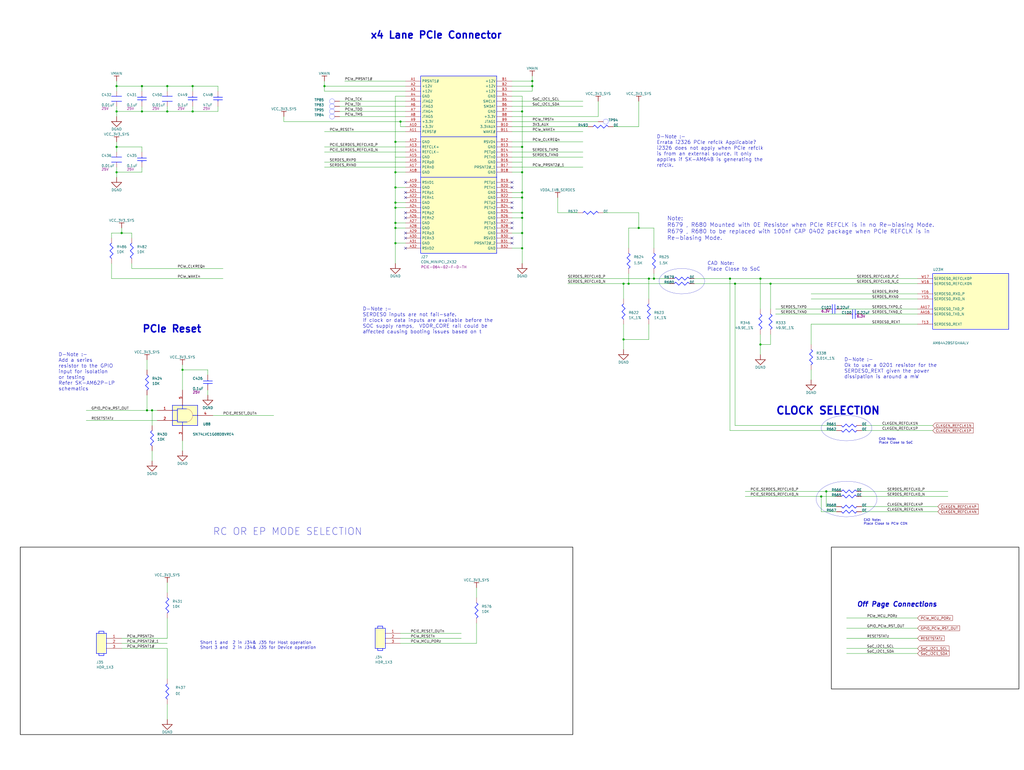
<source format=kicad_sch>
(kicad_sch (version 20231120) (generator "eeschema") (generator_version "8.0")
  (paper "User" 513.08 386.08)
  (junction (at 83.82 55.88))
  (junction (at 198.12 86.36))
  (junction (at 91.44 185.42))
  (junction (at 96.52 43.18))
  (junction (at 266.7 40.64))
  (junction (at 198.12 121.92))
  (junction (at 198.12 71.12))
  (junction (at 198.12 111.76))
  (junction (at 261.62 124.46))
  (junction (at 58.42 55.88))
  (junction (at 73.66 205.74))
  (junction (at 60.96 116.84))
  (junction (at 96.52 55.88))
  (junction (at 162.56 43.18))
  (junction (at 368.3 142.24))
  (junction (at 71.12 55.88))
  (junction (at 261.62 86.36))
  (junction (at 327.66 139.7))
  (junction (at 381 172.72))
  (junction (at 312.42 142.24))
  (junction (at 365.76 139.7))
  (junction (at 198.12 101.6))
  (junction (at 261.62 109.22))
  (junction (at 83.82 43.18))
  (junction (at 261.62 116.84))
  (junction (at 312.42 170.18))
  (junction (at 198.12 93.98))
  (junction (at 414.02 246.38))
  (junction (at 266.7 43.18))
  (junction (at 261.62 96.52))
  (junction (at 261.62 99.06))
  (junction (at 386.08 142.24))
  (junction (at 261.62 55.88))
  (junction (at 261.62 106.68))
  (junction (at 411.48 248.92))
  (junction (at 198.12 114.3))
  (junction (at 200.66 60.96))
  (junction (at 198.12 104.14))
  (junction (at 261.62 73.66))
  (junction (at 71.12 43.18))
  (junction (at 58.42 73.66))
  (junction (at 76.2 205.74))
  (junction (at 325.12 139.7))
  (junction (at 58.42 43.18))
  (junction (at 314.96 142.24))
  (junction (at 381 139.7))
  (junction (at 58.42 86.36))
  (junction (at 320.04 114.3))
  (no_connect (at 203.2 116.84))
  (no_connect (at 256.54 119.38))
  (no_connect (at 256.54 91.44))
  (no_connect (at 203.2 106.68))
  (no_connect (at 256.54 114.3))
  (no_connect (at 256.54 121.92))
  (no_connect (at 203.2 119.38))
  (no_connect (at 256.54 93.98))
  (no_connect (at 203.2 99.06))
  (no_connect (at 256.54 104.14))
  (no_connect (at 256.54 101.6))
  (no_connect (at 203.2 91.44))
  (no_connect (at 203.2 124.46))
  (no_connect (at 256.54 111.76))
  (no_connect (at 203.2 109.22))
  (no_connect (at 203.2 96.52))
  (wire (pts (xy 203.2 55.88) (xy 170.18 55.88)))
  (wire (pts (xy 96.52 55.88) (xy 96.52 53.34)))
  (wire (pts (xy 261.62 124.46) (xy 256.54 124.46)))
  (wire (pts (xy 266.7 43.18) (xy 266.7 40.64)))
  (wire (pts (xy 266.7 40.64) (xy 256.54 40.64)))
  (wire (pts (xy 83.82 43.18) (xy 71.12 43.18)))
  (wire (pts (xy 459.74 154.94) (xy 421.64 154.94)))
  (wire (pts (xy 411.48 256.54) (xy 411.48 248.92)))
  (wire (pts (xy 292.1 78.74) (xy 256.54 78.74)))
  (wire (pts (xy 292.1 76.2) (xy 256.54 76.2)))
  (wire (pts (xy 83.82 325.12) (xy 60.96 325.12)))
  (wire (pts (xy 66.04 134.62) (xy 66.04 132.08)))
  (wire (pts (xy 91.44 185.42) (xy 91.44 182.88)))
  (wire (pts (xy 55.88 116.84) (xy 60.96 116.84)))
  (wire (pts (xy 381 172.72) (xy 386.08 172.72)))
  (wire (pts (xy 231.14 317.5) (xy 200.66 317.5)))
  (wire (pts (xy 327.66 139.7) (xy 327.66 137.16)))
  (wire (pts (xy 198.12 104.14) (xy 198.12 101.6)))
  (wire (pts (xy 73.66 185.42) (xy 73.66 180.34)))
  (wire (pts (xy 83.82 320.04) (xy 60.96 320.04)))
  (wire (pts (xy 292.1 53.34) (xy 256.54 53.34)))
  (wire (pts (xy 203.2 45.72) (xy 162.56 45.72)))
  (wire (pts (xy 459.74 320.04) (xy 424.18 320.04)))
  (wire (pts (xy 104.14 185.42) (xy 91.44 185.42)))
  (wire (pts (xy 467.36 213.36) (xy 431.8 213.36)))
  (wire (pts (xy 424.18 157.48) (xy 388.62 157.48)))
  (wire (pts (xy 83.82 360.68) (xy 83.82 353.06)))
  (wire (pts (xy 320.04 50.8) (xy 320.04 63.5)))
  (wire (pts (xy 83.82 45.72) (xy 83.82 43.18)))
  (wire (pts (xy 73.66 205.74) (xy 73.66 198.12)))
  (wire (pts (xy 414.02 154.94) (xy 388.62 154.94)))
  (wire (pts (xy 459.74 325.12) (xy 424.18 325.12)))
  (wire (pts (xy 109.22 45.72) (xy 109.22 43.18)))
  (wire (pts (xy 83.82 55.88) (xy 96.52 55.88)))
  (wire (pts (xy 406.4 162.56) (xy 406.4 172.72)))
  (wire (pts (xy 200.66 63.5) (xy 200.66 60.96)))
  (wire (pts (xy 381 177.8) (xy 381 172.72)))
  (wire (pts (xy 261.62 99.06) (xy 261.62 96.52)))
  (wire (pts (xy 347.98 142.24) (xy 368.3 142.24)))
  (wire (pts (xy 314.96 142.24) (xy 335.28 142.24)))
  (wire (pts (xy 266.7 40.64) (xy 266.7 38.1)))
  (wire (pts (xy 347.98 139.7) (xy 365.76 139.7)))
  (wire (pts (xy 142.24 58.42) (xy 142.24 60.96)))
  (wire (pts (xy 474.98 248.92) (xy 431.8 248.92)))
  (wire (pts (xy 368.3 213.36) (xy 368.3 142.24)))
  (wire (pts (xy 203.2 81.28) (xy 162.56 81.28)))
  (wire (pts (xy 381 172.72) (xy 381 167.64)))
  (wire (pts (xy 261.62 73.66) (xy 261.62 55.88)))
  (wire (pts (xy 238.76 299.72) (xy 238.76 294.64)))
  (wire (pts (xy 314.96 124.46) (xy 314.96 114.3)))
  (wire (pts (xy 459.74 162.56) (xy 406.4 162.56)))
  (wire (pts (xy 203.2 76.2) (xy 162.56 76.2)))
  (wire (pts (xy 203.2 101.6) (xy 198.12 101.6)))
  (wire (pts (xy 261.62 48.26) (xy 256.54 48.26)))
  (wire (pts (xy 83.82 297.18) (xy 83.82 292.1)))
  (wire (pts (xy 261.62 81.28) (xy 261.62 73.66)))
  (wire (pts (xy 58.42 55.88) (xy 58.42 53.34)))
  (wire (pts (xy 71.12 45.72) (xy 71.12 43.18)))
  (wire (pts (xy 261.62 96.52) (xy 261.62 86.36)))
  (wire (pts (xy 279.4 106.68) (xy 279.4 99.06)))
  (wire (pts (xy 238.76 312.42) (xy 238.76 322.58)))
  (wire (pts (xy 261.62 81.28) (xy 256.54 81.28)))
  (wire (pts (xy 66.04 116.84) (xy 66.04 119.38)))
  (wire (pts (xy 96.52 45.72) (xy 96.52 43.18)))
  (wire (pts (xy 459.74 327.66) (xy 424.18 327.66)))
  (wire (pts (xy 261.62 109.22) (xy 261.62 106.68)))
  (wire (pts (xy 203.2 40.64) (xy 172.72 40.64)))
  (wire (pts (xy 109.22 43.18) (xy 96.52 43.18)))
  (wire (pts (xy 71.12 55.88) (xy 71.12 53.34)))
  (wire (pts (xy 299.72 60.96) (xy 256.54 60.96)))
  (wire (pts (xy 386.08 154.94) (xy 386.08 142.24)))
  (wire (pts (xy 71.12 43.18) (xy 58.42 43.18)))
  (wire (pts (xy 261.62 99.06) (xy 256.54 99.06)))
  (wire (pts (xy 203.2 66.04) (xy 162.56 66.04)))
  (wire (pts (xy 71.12 76.2) (xy 71.12 73.66)))
  (wire (pts (xy 266.7 45.72) (xy 266.7 43.18)))
  (wire (pts (xy 320.04 106.68) (xy 302.26 106.68)))
  (wire (pts (xy 414.02 246.38) (xy 419.1 246.38)))
  (wire (pts (xy 467.36 215.9) (xy 431.8 215.9)))
  (wire (pts (xy 203.2 86.36) (xy 198.12 86.36)))
  (wire (pts (xy 325.12 170.18) (xy 312.42 170.18)))
  (wire (pts (xy 419.1 215.9) (xy 365.76 215.9)))
  (wire (pts (xy 419.1 254) (xy 414.02 254)))
  (wire (pts (xy 261.62 106.68) (xy 256.54 106.68)))
  (wire (pts (xy 292.1 83.82) (xy 256.54 83.82)))
  (wire (pts (xy 78.74 210.82) (xy 43.18 210.82)))
  (wire (pts (xy 58.42 58.42) (xy 58.42 55.88)))
  (wire (pts (xy 320.04 114.3) (xy 320.04 106.68)))
  (wire (pts (xy 76.2 205.74) (xy 76.2 213.36)))
  (wire (pts (xy 325.12 149.86) (xy 325.12 139.7)))
  (wire (pts (xy 231.14 320.04) (xy 200.66 320.04)))
  (wire (pts (xy 76.2 231.14) (xy 76.2 226.06)))
  (wire (pts (xy 335.28 139.7) (xy 327.66 139.7)))
  (wire (pts (xy 414.02 254) (xy 414.02 246.38)))
  (wire (pts (xy 314.96 114.3) (xy 320.04 114.3)))
  (wire (pts (xy 58.42 43.18) (xy 58.42 40.64)))
  (wire (pts (xy 203.2 121.92) (xy 198.12 121.92)))
  (wire (pts (xy 106.68 208.28) (xy 137.16 208.28)))
  (wire (pts (xy 58.42 76.2) (xy 58.42 73.66)))
  (wire (pts (xy 58.42 88.9) (xy 58.42 86.36)))
  (wire (pts (xy 203.2 111.76) (xy 198.12 111.76)))
  (wire (pts (xy 198.12 71.12) (xy 198.12 48.26)))
  (wire (pts (xy 320.04 114.3) (xy 327.66 114.3)))
  (wire (pts (xy 469.9 256.54) (xy 431.8 256.54)))
  (wire (pts (xy 261.62 96.52) (xy 256.54 96.52)))
  (wire (pts (xy 203.2 93.98) (xy 198.12 93.98)))
  (wire (pts (xy 58.42 86.36) (xy 58.42 83.82)))
  (wire (pts (xy 71.12 73.66) (xy 58.42 73.66)))
  (wire (pts (xy 104.14 198.12) (xy 104.14 195.58)))
  (wire (pts (xy 292.1 66.04) (xy 256.54 66.04)))
  (wire (pts (xy 203.2 71.12) (xy 198.12 71.12)))
  (wire (pts (xy 91.44 226.06) (xy 91.44 220.98)))
  (wire (pts (xy 419.1 213.36) (xy 368.3 213.36)))
  (wire (pts (xy 327.66 114.3) (xy 327.66 124.46)))
  (wire (pts (xy 261.62 55.88) (xy 256.54 55.88)))
  (wire (pts (xy 83.82 309.88) (xy 83.82 320.04)))
  (wire (pts (xy 83.82 340.36) (xy 83.82 325.12)))
  (wire (pts (xy 459.74 309.88) (xy 424.18 309.88)))
  (wire (pts (xy 261.62 109.22) (xy 256.54 109.22)))
  (wire (pts (xy 261.62 86.36) (xy 256.54 86.36)))
  (wire (pts (xy 292.1 50.8) (xy 256.54 50.8)))
  (wire (pts (xy 203.2 53.34) (xy 170.18 53.34)))
  (wire (pts (xy 55.88 139.7) (xy 55.88 132.08)))
  (wire (pts (xy 373.38 248.92) (xy 411.48 248.92)))
  (wire (pts (xy 83.82 322.58) (xy 60.96 322.58)))
  (wire (pts (xy 312.42 142.24) (xy 314.96 142.24)))
  (wire (pts (xy 43.18 205.74) (xy 73.66 205.74)))
  (wire (pts (xy 162.56 45.72) (xy 162.56 43.18)))
  (wire (pts (xy 198.12 121.92) (xy 198.12 114.3)))
  (wire (pts (xy 200.66 60.96) (xy 203.2 60.96)))
  (wire (pts (xy 312.42 170.18) (xy 312.42 162.56)))
  (wire (pts (xy 58.42 45.72) (xy 58.42 43.18)))
  (wire (pts (xy 386.08 142.24) (xy 459.74 142.24)))
  (wire (pts (xy 381 139.7) (xy 459.74 139.7)))
  (wire (pts (xy 71.12 86.36) (xy 58.42 86.36)))
  (wire (pts (xy 203.2 114.3) (xy 198.12 114.3)))
  (wire (pts (xy 142.24 60.96) (xy 200.66 60.96)))
  (wire (pts (xy 459.74 149.86) (xy 406.4 149.86)))
  (wire (pts (xy 58.42 55.88) (xy 71.12 55.88)))
  (wire (pts (xy 198.12 101.6) (xy 198.12 93.98)))
  (wire (pts (xy 261.62 116.84) (xy 256.54 116.84)))
  (wire (pts (xy 459.74 147.32) (xy 406.4 147.32)))
  (wire (pts (xy 198.12 132.08) (xy 198.12 121.92)))
  (wire (pts (xy 96.52 43.18) (xy 83.82 43.18)))
  (wire (pts (xy 203.2 58.42) (xy 170.18 58.42)))
  (wire (pts (xy 419.1 256.54) (xy 411.48 256.54)))
  (wire (pts (xy 60.96 116.84) (xy 66.04 116.84)))
  (wire (pts (xy 198.12 86.36) (xy 198.12 78.74)))
  (wire (pts (xy 411.48 248.92) (xy 419.1 248.92)))
  (wire (pts (xy 198.12 114.3) (xy 198.12 111.76)))
  (wire (pts (xy 294.64 63.5) (xy 256.54 63.5)))
  (wire (pts (xy 312.42 175.26) (xy 312.42 170.18)))
  (wire (pts (xy 368.3 142.24) (xy 386.08 142.24)))
  (wire (pts (xy 256.54 45.72) (xy 266.7 45.72)))
  (wire (pts (xy 386.08 172.72) (xy 386.08 167.64)))
  (wire (pts (xy 325.12 162.56) (xy 325.12 170.18)))
  (wire (pts (xy 284.48 139.7) (xy 325.12 139.7)))
  (wire (pts (xy 474.98 246.38) (xy 431.8 246.38)))
  (wire (pts (xy 261.62 55.88) (xy 261.62 48.26)))
  (wire (pts (xy 162.56 43.18) (xy 162.56 40.64)))
  (wire (pts (xy 312.42 149.86) (xy 312.42 142.24)))
  (wire (pts (xy 91.44 195.58) (xy 91.44 185.42)))
  (wire (pts (xy 459.74 314.96) (xy 424.18 314.96)))
  (wire (pts (xy 261.62 106.68) (xy 261.62 99.06)))
  (wire (pts (xy 261.62 73.66) (xy 256.54 73.66)))
  (wire (pts (xy 109.22 55.88) (xy 109.22 53.34)))
  (wire (pts (xy 299.72 58.42) (xy 256.54 58.42)))
  (wire (pts (xy 365.76 139.7) (xy 381 139.7)))
  (wire (pts (xy 238.76 322.58) (xy 200.66 322.58)))
  (wire (pts (xy 203.2 63.5) (xy 200.66 63.5)))
  (wire (pts (xy 203.2 104.14) (xy 198.12 104.14)))
  (wire (pts (xy 261.62 124.46) (xy 261.62 116.84)))
  (wire (pts (xy 381 154.94) (xy 381 139.7)))
  (wire (pts (xy 289.56 106.68) (xy 279.4 106.68)))
  (wire (pts (xy 96.52 55.88) (xy 109.22 55.88)))
  (wire (pts (xy 203.2 43.18) (xy 162.56 43.18)))
  (wire (pts (xy 314.96 142.24) (xy 314.96 137.16)))
  (wire (pts (xy 60.96 116.84) (xy 60.96 114.3)))
  (wire (pts (xy 261.62 132.08) (xy 261.62 124.46)))
  (wire (pts (xy 261.62 116.84) (xy 261.62 109.22)))
  (wire (pts (xy 198.12 48.26) (xy 203.2 48.26)))
  (wire (pts (xy 266.7 43.18) (xy 256.54 43.18)))
  (wire (pts (xy 203.2 73.66) (xy 162.56 73.66)))
  (wire (pts (xy 198.12 93.98) (xy 198.12 86.36)))
  (wire (pts (xy 325.12 139.7) (xy 327.66 139.7)))
  (wire (pts (xy 111.76 139.7) (xy 55.88 139.7)))
  (wire (pts (xy 83.82 55.88) (xy 83.82 53.34)))
  (wire (pts (xy 373.38 246.38) (xy 414.02 246.38)))
  (wire (pts (xy 320.04 63.5) (xy 307.34 63.5)))
  (wire (pts (xy 104.14 187.96) (xy 104.14 185.42)))
  (wire (pts (xy 299.72 50.8) (xy 299.72 58.42)))
  (wire (pts (xy 58.42 73.66) (xy 58.42 71.12)))
  (wire (pts (xy 198.12 78.74) (xy 198.12 71.12)))
  (wire (pts (xy 198.12 111.76) (xy 198.12 104.14)))
  (wire (pts (xy 292.1 71.12) (xy 256.54 71.12)))
  (wire (pts (xy 469.9 254) (xy 431.8 254)))
  (wire (pts (xy 71.12 55.88) (xy 83.82 55.88)))
  (wire (pts (xy 261.62 86.36) (xy 261.62 81.28)))
  (wire (pts (xy 365.76 215.9) (xy 365.76 139.7)))
  (wire (pts (xy 459.74 157.48) (xy 431.8 157.48)))
  (wire (pts (xy 284.48 142.24) (xy 312.42 142.24)))
  (wire (pts (xy 55.88 119.38) (xy 55.88 116.84)))
  (wire (pts (xy 203.2 83.82) (xy 162.56 83.82)))
  (wire (pts (xy 203.2 78.74) (xy 198.12 78.74)))
  (wire (pts (xy 203.2 50.8) (xy 170.18 50.8)))
  (wire (pts (xy 406.4 190.5) (xy 406.4 185.42)))
  (wire (pts (xy 111.76 134.62) (xy 66.04 134.62)))
  (wire (pts (xy 78.74 205.74) (xy 76.2 205.74)))
  (wire (pts (xy 73.66 205.74) (xy 76.2 205.74)))
  (wire (pts (xy 71.12 83.82) (xy 71.12 86.36)))
  (bezier (pts (xy 353.06 140.97) (xy 353.06 137.4629) (xy 347.9426 134.62) (xy 341.63 134.62)) (stroke (width 0.0254)))
  (bezier (pts (xy 439.42 250.19) (xy 439.42 245.2801) (xy 432.5968 241.3) (xy 424.18 241.3)) (stroke (width 0.0254)))
  (rectangle (start 287.02 274.32) (end 10.16 368.3) (stroke (width 0.254) (color 0 0 0 1)))
  (bezier (pts (xy 408.94 250.19) (xy 408.94 255.0998) (xy 415.7631 259.08) (xy 424.18 259.08)) (stroke (width 0.0254)))
  (bezier (pts (xy 341.63 147.32) (xy 347.9426 147.32) (xy 353.06 144.477) (xy 353.06 140.97)) (stroke (width 0.0254)))
  (bezier (pts (xy 411.48 214.63) (xy 411.48 218.137) (xy 417.1659 220.98) (xy 424.18 220.98)) (stroke (width 0.0254)))
  (rectangle (start 510.54 274.32) (end 416.56 345.44) (stroke (width 0.254) (color 0 0 0 1)))
  (bezier (pts (xy 424.18 259.08) (xy 432.5968 259.08) (xy 439.42 255.0998) (xy 439.42 250.19)) (stroke (width 0.0254)))
  (bezier (pts (xy 424.18 220.98) (xy 431.194 220.98) (xy 436.88 218.137) (xy 436.88 214.63)) (stroke (width 0.0254)))
  (bezier (pts (xy 424.18 241.3) (xy 415.7631 241.3) (xy 408.94 245.2801) (xy 408.94 250.19)) (stroke (width 0.0254)))
  (bezier (pts (xy 341.63 134.62) (xy 335.3173 134.62) (xy 330.2 137.4629) (xy 330.2 140.97)) (stroke (width 0.0254)))
  (bezier (pts (xy 436.88 214.63) (xy 436.88 211.1229) (xy 431.194 208.28) (xy 424.18 208.28)) (stroke (width 0.0254)))
  (bezier (pts (xy 330.2 140.97) (xy 330.2 144.477) (xy 335.3173 147.32) (xy 341.63 147.32)) (stroke (width 0.0254)))
  (bezier (pts (xy 424.18 208.28) (xy 417.1659 208.28) (xy 411.48 211.1229) (xy 411.48 214.63)) (stroke (width 0.0254)))
  (text_box "D-Note :-\nSERDES0 inputs are not fail-safe.\nIf clock or data inputs are available before the\nSOC supply ramps,  VDDR_CORE rail could be\naffected causing booting issues based on t" (at 278.892 170.18 0) (size -98.552 -17.78) (stroke (width -0.0001) (color 0 0 0 1)) (effects (font (size 1.778 1.778)) (justify left top)))
  (text_box "D-Note :-\nOk to use a 0201 resistor for the\nSERDES0_REXT given the power\ndissipation is around a mW" (at 489.712 192.024 0) (size -68.072 -14.224) (stroke (width -0.0001) (color 0 0 0 1)) (effects (font (size 1.778 1.778)) (justify left top)))
  (text_box "D-Note :-\nAdd a series \nresistor to the GPIO\ninput for isolation\nor testing\nRefer SK-AM62P-LP \nschematics" (at 69.596 200.152 0) (size -41.656 -24.892) (stroke (width -0.0001) (color 0 0 0 1)) (effects (font (size 1.778 1.778)) (justify left top)))
  (text_box "Short 1 and  2 in J34& J35 for Host operation\nShort 3 and  2 in J34& J35 for Device operation" (at 183.388 326.136 0) (size -84.328 -6.096) (stroke (width -0.0001) (color 0 0 0 1)) (effects (font (size 1.524 1.524)) (justify left top)))
  (text_box "CAD Note:\nPlace Close to PCIe CON" (at 461.518 263.652 0) (size -29.718 -4.572) (stroke (width -0.0001) (color 0 0 0 1)) (effects (font (size 1.143 1.143)) (justify left top)))
  (text_box "D-Note :-\nErrata i2326 PCIe refclk Applicable?\ni2326 does not apply when PCIe refclk\nis from an external source. It only\napplies if SK-AM64B is generating the\nrefclk." (at 403.86 87.376 0) (size -76.2 -21.336) (stroke (width -0.0001) (color 0 0 0 1)) (effects (font (size 1.778 1.778)) (justify left top)))
  (text_box "CAD Note:\nPlace Close to SoC" (at 390.652 136.652 0) (size -37.592 -7.112) (stroke (width -0.0001) (color 0 0 0 1)) (effects (font (size 1.778 1.778)) (justify left top)))
  (text_box "Note:\nR679 , R680 Mounted with 0E Resistor when PCIe REFCLK is in no Re-biasing Mode.\nR679 , R680 to be replaced with 100nf CAP 0402 package when PCIe REFCLK is in\nRe-biasing Mode." (at 509.27 122.936 0) (size -176.53 -16.256) (stroke (width -0.0001) (color 0 0 0 1)) (effects (font (size 2.032 2.032)) (justify left top)))
  (text_box "CAD Note:\nPlace Close to SoC" (at 462.788 223.012 0) (size -23.368 -4.572) (stroke (width -0.0001) (color 0 0 0 1)) (effects (font (size 1.143 1.143)) (justify left top)))
  (text "PCIe Reset" (at 71.12 167.132 0) (effects (font (size 3.556 3.556) (bold yes)) (justify left bottom)))
  (text "RC OR EP MODE SELECTION" (at 106.68 268.732 0) (effects (font (size 3.556 3.556)) (justify left bottom)))
  (text "x4 Lane PCIe Connector" (at 185.42 19.812 0) (effects (font (size 3.556 3.556) (bold yes)) (justify left bottom)))
  (text "CLOCK SELECTION" (at 388.62 208.28 0) (effects (font (size 3.81 3.81) (bold yes)) (justify left bottom)))
  (text "Off Page Connections" (at 429.26 304.546 0) (effects (font (size 2.413 2.413) (bold yes) (italic yes)) (justify left bottom)))
  (label "SERDES_TXN0" (at 391.16 157.48 0))
  (label "PCIe_CLKREQn" (at 266.7 71.12 0))
  (label "PCIe_PRSNT2#_1" (at 63.5 322.58 0))
  (label "PCIe_TDO" (at 172.72 55.88 0))
  (label "SERDES0_REXT" (at 436.88 162.56 0))
  (label "PCIe_TRSTn" (at 266.7 60.96 0))
  (label "PCIe_TMS" (at 172.72 58.42 0))
  (label "SERDES_REFCLK0_P_C" (at 429.26 139.7 0))
  (label "CLKGEN_REFCLK4N" (at 444.5 256.54 0))
  (label "PCIe_PRSNT2n" (at 63.5 320.04 0))
  (label "SoC_I2C1_SCL" (at 266.7 50.8 0))
  (label "PCIE_SERDES_REFCLK0_N" (at 375.92 248.92 0))
  (label "GPIO_PCIe_RST_OUT" (at 45.72 205.74 0))
  (label "SERDES_TXN0_C" (at 436.88 157.48 0))
  (label "PCIe_RESETn" (at 205.74 320.04 0))
  (label "SERDES_RXP0" (at 436.88 147.32 0))
  (label "PCIe_MCU_PORz" (at 205.74 322.58 0))
  (label "PCIe_WAKEn" (at 88.9 139.7 0))
  (label "SERDES_TXN0" (at 266.7 78.74 0))
  (label "PCIe_MCU_PORz" (at 434.34 309.88 0))
  (label "SERDES_TXP0" (at 266.7 76.2 0))
  (label "SERDES_REFCLK0_P" (at 284.48 139.7 0))
  (label "SoC_I2C1_SCL" (at 434.34 325.12 0))
  (label "PCIE_SERDES_REFCLK0_P" (at 165.1 73.66 0))
  (label "SERDES_REFCLK0_N_C" (at 429.26 142.24 0))
  (label "CLKGEN_REFCLK1N" (at 441.96 213.36 0))
  (label "SERDES_RXP0" (at 165.1 81.28 0))
  (label "SERDES_REFCLK0_N" (at 444.5 248.92 0))
  (label "PCIe_CLKREQn" (at 88.9 134.62 0))
  (label "SERDES_TXP0" (at 391.16 154.94 0))
  (label "SERDES_RXN0" (at 165.1 83.82 0))
  (label "SoC_I2C1_SDA" (at 266.7 53.34 0))
  (label "SERDES_REFCLK0_P" (at 444.5 246.38 0))
  (label "CLKGEN_REFCLK1P" (at 441.96 215.9 0))
  (label "SERDES_REFCLK0_N" (at 284.48 142.24 0))
  (label "RESETSTATz" (at 45.72 210.82 0))
  (label "PCIe_PRSNT2#_1" (at 266.7 83.82 0))
  (label "PCIE_SERDES_REFCLK0_N" (at 165.1 76.2 0))
  (label "PCIE_SERDES_REFCLK0_P" (at 375.92 246.38 0))
  (label "RESETSTATz" (at 434.34 320.04 0))
  (label "SERDES_TXP0_C" (at 436.88 154.94 0))
  (label "SERDES_RXN0" (at 436.88 149.86 0))
  (label "PCIe_TDI" (at 172.72 53.34 0))
  (label "PCIE_RESET_OUTn" (at 111.76 208.28 0))
  (label "CLKGEN_REFCLK4P" (at 444.5 254 0))
  (label "GPIO_PCIe_RST_OUT" (at 434.34 314.96 0))
  (label "SoC_I2C1_SDA" (at 434.34 327.66 0))
  (label "PCIe_WAKEn" (at 266.7 66.04 0))
  (label "PCIe_TCK" (at 172.72 50.8 0))
  (label "PCIe_RESETn" (at 165.1 66.04 0))
  (label "PCIe_PRSNT1#" (at 63.5 325.12 0))
  (label "PCIe_PRSNT1#" (at 172.72 40.64 0))
  (label "PCIE_RESET_OUTn" (at 205.74 317.5 0))
  (label "3V3_AUX" (at 266.7 63.5 0))
  (global_label "SoC_I2C1_SDA" (shape input) (at 459.74 327.66 0) (property "Intersheetrefs" "${INTERSHEET_REFS}" (effects (hide yes))))
  (global_label "CLKGEN_REFCLK1N" (shape input) (at 467.36 213.36 0) (property "Intersheetrefs" "${INTERSHEET_REFS}" (effects (hide yes))))
  (global_label "CLKGEN_REFCLK1P" (shape input) (at 467.36 215.9 0) (property "Intersheetrefs" "${INTERSHEET_REFS}" (effects (hide yes))))
  (global_label "PCIe_MCU_PORz" (shape input) (at 459.74 309.88 0) (property "Intersheetrefs" "${INTERSHEET_REFS}" (effects (hide yes))))
  (global_label "CLKGEN_REFCLK4P" (shape input) (at 469.9 254 0) (property "Intersheetrefs" "${INTERSHEET_REFS}" (effects (hide yes))))
  (global_label "CLKGEN_REFCLK4N" (shape input) (at 469.9 256.54 0) (property "Intersheetrefs" "${INTERSHEET_REFS}" (effects (hide yes))))
  (global_label "GPIO_PCIe_RST_OUT" (shape input) (at 459.74 314.96 0) (property "Intersheetrefs" "${INTERSHEET_REFS}" (effects (hide yes))))
  (global_label "RESETSTATz" (shape input) (at 459.74 320.04 0) (property "Intersheetrefs" "${INTERSHEET_REFS}" (effects (hide yes))))
  (global_label "SoC_I2C1_SCL" (shape input) (at 459.74 325.12 0) (property "Intersheetrefs" "${INTERSHEET_REFS}" (effects (hide yes))))
  (symbol (lib_id "30-altium-import:DGND_SIGNAL_GROUND") (at 104.14 198.12 0) (unit 1)
    (property "Reference" "#PWR?" (effects (hide yes)))
    (property "Value" "DGND" (at 104.14 204.47 0))
  )
  (symbol (lib_id "30-altium-import:VCC_3V3_SYS_BAR") (at 299.72 50.8 180) (unit 1)
    (property "Reference" "#PWR?" (effects (hide yes)))
    (property "Value" "VCC_3V3_SYS" (at 299.72 46.99 0))
  )
  (symbol (lib_id "30-altium-import:root_1_CAP_Dup3") (at 426.72 160.02 0) (unit 1)
    (property "Reference" "C100" (at 421.64 157.48 0) (effects (justify left bottom)))
    (property "Value" "0.22uF" (at 429.26 157.48 0) (effects (justify left bottom)))
    (property "Footprint" "CAP0201_0-5" (effects (hide yes)))
    (property "Description" "CAP CERAMIC 0.22uF 6.3V 10% X6S 0201" (effects (hide yes)))
    (property "LIBRARY REF" "CAP" (effects (hide yes)))
    (property "MISTRAL PART NO" "120021060017-R" (effects (hide yes)))
    (property "PROJECT" "TI_J7AEP_EVM" (effects (hide yes)))
    (property "MFR_NAME" "MURATA" (effects (hide yes)))
    (property "MFR_PART_NUMBER" "GRM033C80J224KE90D" (effects (hide yes)))
    (property "PART_TYPE" "CAPACITOR~{S}CERAMIC" (effects (hide yes)))
    (property "TOLERANCE" "10%" (effects (hide yes)))
    (property "VOLTAGE" "6.3V" (at 429.26 159.258 0) (effects (justify left bottom)))
    (property "WATTAGE" "NA" (effects (hide yes)))
    (property "PACKAGE" "0201" (effects (hide yes)))
    (property "DISTRIBUTOR_NAME" "DIGIKEY" (effects (hide yes)))
    (property "DISTRIBUTOR_PART_NUMBER" "490-10392-1-ND" (effects (hide yes)))
    (property "HEIGHT" "0.33MM" (effects (hide yes)))
    (property "WEIGHT" "0.33mg" (effects (hide yes)))
    (property "TEMPERATURE" "-55癈+105癈" (effects (hide yes)))
    (property "DATASHEET" "Y~{:}MIS_DATABAS~{E}DATASHEET~{S}CAPACITOR~{S}GRM033C80J224KE90.PDF" (effects (hide yes)))
    (property "CRTD /DATE" "MANIRAJA/290621" (effects (hide yes)))
    (property "CHKD/DATE" "ALVY/290621" (effects (hide yes)))
    (property "CUSTOMS_HS_CODE" "85322990" (effects (hide yes)))
    (property "CUSTOM_DUTY" "15%" (effects (hide yes)))
    (property "MECHANICAL 3D STEP FILE" "CAP0201_0-5" (effects (hide yes)))
    (property "FOOTPRINT REF" "CAP0201_0-5" (effects (hide yes)))
    (property "LIBRARY PATH" "Y~{:}MIS_DATABAS~{E}Librar~{y}ALTIUM_TOO~{L}SCHEMATICS_PART~{S}MS_DISCRETE_Library.schlib" (effects (hide yes)))
    (property "FOOTPRINT PATH" "Y~{:}MIS_DATABAS~{E}Librar~{y}ALTIUM_TOO~{L}PCB_FOOTPRINT~{S}Altium_Footprint_Lib.PcbLib" (effects (hide yes)))
    (property "PCB FOOTPRINT" "CAP0201_0-5" (effects (hide yes)))
  )
  (symbol (lib_id "30-altium-import:VCC_3V3_SYS_BAR") (at 83.82 292.1 180) (unit 1)
    (property "Reference" "#PWR?" (effects (hide yes)))
    (property "Value" "VCC_3V3_SYS" (at 83.82 288.29 0))
  )
  (symbol (lib_id "30-altium-import:VCC_3V3_SYS_BAR") (at 73.66 180.34 180) (unit 1)
    (property "Reference" "#PWR?" (effects (hide yes)))
    (property "Value" "VCC_3V3_SYS" (at 73.66 176.53 0))
  )
  (symbol (lib_id "30-altium-import:root_0_CAP_Dup3") (at 101.6 190.5 0) (unit 1)
    (property "Reference" "C426" (at 96.52 190.5 0) (effects (justify left bottom)))
    (property "Value" "0.1uF" (at 96.52 195.58 0) (effects (justify left bottom)))
    (property "Footprint" "CAP0402_0-75" (effects (hide yes)))
    (property "Description" "CAP CERAMIC 0.1uF 25V 20% X5R 0402" (effects (hide yes)))
    (property "ALT_MFR_PART_NUMBER" "CC0402KRX5R8BB104" (effects (hide yes)))
    (property "MISTRAL PART NO" "120020080003-R" (effects (hide yes)))
    (property "PROJECT" "AM64x_EVM_BRD" (effects (hide yes)))
    (property "MFR_NAME" "WURTH ELECTRONICS" (effects (hide yes)))
    (property "MFR_PART_NUMBER" "885012105018" (effects (hide yes)))
    (property "PART_TYPE" "CAPACITOR~{S}CERAMIC" (effects (hide yes)))
    (property "TOLERANCE" "20%" (effects (hide yes)))
    (property "VOLTAGE" "25V" (at 96.52 197.358 0) (effects (justify left bottom)))
    (property "WATTAGE" "NA" (effects (hide yes)))
    (property "PACKAGE" "0402" (effects (hide yes)))
    (property "DISTRIBUTOR_NAME" "DIGIKEY" (effects (hide yes)))
    (property "DISTRIBUTOR_PART_NUMBER" "732-7495-1-ND" (effects (hide yes)))
    (property "HEIGHT" "0.55MM" (effects (hide yes)))
    (property "WEIGHT" "0.65mg" (effects (hide yes)))
    (property "TEMPERATURE" "-55癈+85癈" (effects (hide yes)))
    (property "DATASHEET" "Y~{:}MIS_DATABAS~{E}DATASHEET~{S}CAPACITOR~{S}885012105018.PDF" (effects (hide yes)))
    (property "CRTD /DATE" "ALVY/170820" (effects (hide yes)))
    (property "CHKD/DATE" "MANIRAJA/170820" (effects (hide yes)))
    (property "CUSTOMS_HS_CODE" "85322990" (effects (hide yes)))
    (property "CUSTOM_DUTY" "15%" (effects (hide yes)))
    (property "MECHANICAL 3D STEP FILE" "CAP0402_0-75" (effects (hide yes)))
    (property "LIBRARY REF" "CAP" (effects (hide yes)))
    (property "FOOTPRINT REF" "CAP0402_0-75" (effects (hide yes)))
    (property "LIBRARY PATH" "Y~{:}MIS_DATABAS~{E}Librar~{y}ALTIUM_TOO~{L}SCHEMATICS_PART~{S}MS_DISCRETE_Library.schlib" (effects (hide yes)))
    (property "FOOTPRINT PATH" "Y~{:}MIS_DATABAS~{E}Librar~{y}ALTIUM_TOO~{L}PCB_FOOTPRINT~{S}Altium_Footprint_Lib.PcbLib" (effects (hide yes)))
    (property "ALT_MFR_NAME" "YAGEO AMERICA" (effects (hide yes)))
    (property "PCB FOOTPRINT" "CAP0402_0-75" (effects (hide yes)))
  )
  (symbol (lib_id "30-altium-import:root_0_SN74LVC1G08DBVRE4_SOT23-5_Dup1") (at 86.36 203.2 0) (unit 1)
    (property "Reference" "U88" (at 101.6 213.36 0) (effects (justify left bottom)))
    (property "Value" "SN74LVC1G08DBVRE4" (at 96.52 218.44 0) (effects (justify left bottom)))
    (property "Footprint" "SOT23-5" (effects (hide yes)))
    (property "Description" "IC SINGLE 2-INPUT POSITIVE AND GATE SOT23-5" (effects (hide yes)))
    (property "MISTRAL PART NO" "141009060026-R" (effects (hide yes)))
    (property "PROJECT" "KHAN_MAIN" (effects (hide yes)))
    (property "MFR_NAME" "TEXAS INSTRUMENTS" (effects (hide yes)))
    (property "MFR_PART_NUMBER" "SN74LVC1G08DBVRE4" (effects (hide yes)))
    (property "PART_TYPE" "IC~{S}DIGITA~{L}GATES" (effects (hide yes)))
    (property "PACKAGE" "SOT23-5" (effects (hide yes)))
    (property "DISTRIBUTOR_NAME" "DIGIKEY" (effects (hide yes)))
    (property "DISTRIBUTOR_PART_NUMBER" "SN74LVC1G08DBVRE4-ND" (effects (hide yes)))
    (property "HEIGHT" "1.45MM" (effects (hide yes)))
    (property "TEMPERATURE" "-40癈+85癈" (effects (hide yes)))
    (property "DATASHEET" "Y~{:}MIS_DATABAS~{E}DATASHEET~{S}IC~{S}DIGITA~{L}GATE~{S}SN74LVC1G08.PDF" (effects (hide yes)))
    (property "CRTD /DATE" "USMAN/151008" (effects (hide yes)))
    (property "CHKD/DATE" "SUHAS/221010" (effects (hide yes)))
    (property "ROHS" "Sb/ Br FREE" (effects (hide yes)))
    (property "CUSTOMS_HS_CODE" "85423100" (effects (hide yes)))
    (property "CUSTOM_DUTY" "15%" (effects (hide yes)))
    (property "LIBRARY REF" "SN74LVC1G08DBVRE4_SOT23-5" (effects (hide yes)))
    (property "PCB FOOTPRINT" "SOT23-5" (effects (hide yes)))
  )
  (symbol (lib_id "30-altium-import:root_2_mirrored_TESTPOINT") (at 165.1 53.34 0) (unit 1)
    (property "Reference" "TP85" (at 157.48 50.8 0) (effects (justify left bottom)))
    (property "Value" "TP20_SMD" (effects (hide yes)))
    (property "Footprint" "TP20_SMD" (effects (hide yes)))
    (property "Description" "TESTPOINT CIR 20 SMD" (effects (hide yes)))
    (property "FOOTPRINT REF" "TP20_SMD" (effects (hide yes)))
    (property "LIBRARY REF" "TESTPOINT" (effects (hide yes)))
    (property "MISTRAL PART NO" "NA" (effects (hide yes)))
    (property "PROJECT" "BT MODULE_CSRBC04" (effects (hide yes)))
    (property "MFR_NAME" "LOCAL" (effects (hide yes)))
    (property "MFR_PART_NUMBER" "TP20_SMD" (effects (hide yes)))
    (property "PART_TYPE" "TESTPOINT" (effects (hide yes)))
    (property "PACKAGE" "SMD" (effects (hide yes)))
    (property "DISTRIBUTOR_NAME" "NA" (effects (hide yes)))
    (property "DISTRIBUTOR_PART_NUMBER" "NA" (effects (hide yes)))
    (property "HEIGHT" "NA" (effects (hide yes)))
    (property "CRTD /DATE" "MAZHAR/171006" (effects (hide yes)))
    (property "CHKD/DATE" "SHREESHAIL/171006" (effects (hide yes)))
    (property "LIBRARY PATH" "Y~{:}MIS_DATABAS~{E}Librar~{y}ALTIUM_TOO~{L}SCHEMATICS_PART~{S}MS_DISCRETE_Library.schlib" (effects (hide yes)))
    (property "FOOTPRINT PATH" "Y~{:}MIS_DATABAS~{E}Librar~{y}ALTIUM_TOO~{L}PCB_FOOTPRINT~{S}Altium_Footprint_Lib.PcbLib" (effects (hide yes)))
    (property "TOLERANCE" "NA" (effects (hide yes)))
    (property "VOLTAGE" "NA" (effects (hide yes)))
    (property "WATTAGE" "NA" (effects (hide yes)))
    (property "WEIGHT" "NA" (effects (hide yes)))
    (property "TEMPERATURE" "NA" (effects (hide yes)))
    (property "DATASHEET" "NA" (effects (hide yes)))
    (property "MECHANICAL 3D STEP FILE" "NA" (effects (hide yes)))
    (property "ROHS" "NA" (effects (hide yes)))
    (property "CUSTOMS_HS_CODE" "NA" (effects (hide yes)))
    (property "CUSTOM_DUTY" "NA" (effects (hide yes)))
    (property "PCB FOOTPRINT" "TP20_SMD" (effects (hide yes)))
  )
  (symbol (lib_id "30-altium-import:root_0_RESISTOR") (at 378.46 157.48 0) (unit 1)
    (property "Reference" "R346" (at 370.84 162.56 0) (effects (justify left bottom)))
    (property "Value" "49.9E_1%" (at 368.3 165.1 0) (effects (justify left bottom)))
    (property "Footprint" "RES0402_0-5" (effects (hide yes)))
    (property "Description" "RES 49.9E 1/16W 1% 0402" (effects (hide yes)))
    (property "FOOTPRINT REF" "RES0402_0-5" (effects (hide yes)))
    (property "MISTRAL PART NO" "110009030846-R" (effects (hide yes)))
    (property "PROJECT" "RFSU_RFTJ_CARD" (effects (hide yes)))
    (property "MFR_NAME" "VISHAY" (effects (hide yes)))
    (property "MFR_PART_NUMBER" "CRCW040249R9FKEDC" (effects (hide yes)))
    (property "PART_TYPE" "RESISTOR~{S}FIXED" (effects (hide yes)))
    (property "TOLERANCE" "1%" (effects (hide yes)))
    (property "VOLTAGE" "NA" (effects (hide yes)))
    (property "WATTAGE" "1/16W" (effects (hide yes)))
    (property "PACKAGE" "0402" (effects (hide yes)))
    (property "DISTRIBUTOR_NAME" "DIGIKEY" (effects (hide yes)))
    (property "DISTRIBUTOR_PART_NUMBER" "541-3967-1-ND" (effects (hide yes)))
    (property "LIBRARY REF" "RESISTOR" (effects (hide yes)))
    (property "HEIGHT" "0.35MM" (effects (hide yes)))
    (property "WEIGHT" "0.65mg" (effects (hide yes)))
    (property "TEMPERATURE" "-55癈+155癈" (effects (hide yes)))
    (property "DATASHEET" "Y~{:}MIS_DATABAS~{E}DATASHEET~{S}RESISTOR~{S}CRCW_C-SER.PDF" (effects (hide yes)))
    (property "CRTD /DATE" "MANIRAJA/210519" (effects (hide yes)))
    (property "CHKD/DATE" "MANIRAJA/210519" (effects (hide yes)))
    (property "CUSTOMS_HS_CODE" "85332119" (effects (hide yes)))
    (property "CUSTOM_DUTY" "15%" (effects (hide yes)))
    (property "MECHANICAL 3D STEP FILE" "RES0402_0-5" (effects (hide yes)))
    (property "LIBRARY PATH" "Y~{:}MIS_DATABAS~{E}Librar~{y}ALTIUM_TOO~{L}SCHEMATICS_PART~{S}MS_DISCRETE_Library.schlib" (effects (hide yes)))
    (property "FOOTPRINT PATH" "Y~{:}MIS_DATABAS~{E}Librar~{y}ALTIUM_TOO~{L}PCB_FOOTPRINT~{S}Altium_Footprint_Lib.PcbLib" (effects (hide yes)))
    (property "PCB FOOTPRINT" "RES0402_0-5" (effects (hide yes)))
  )
  (symbol (lib_id "30-altium-import:root_0_HEADER_3X1") (at 187.96 312.42 0) (unit 1)
    (property "Reference" "J34" (at 187.96 330.2 0) (effects (justify left bottom)))
    (property "Value" "HDR_1X3" (at 187.96 332.74 0) (effects (justify left bottom)))
    (property "Footprint" "HDR_3X1_100_S_T" (effects (hide yes)))
    (property "Description" "HDR 1X3 2.54MM PITCH ST TH" (effects (hide yes)))
    (property "LIBRARY REF" "HEADER_3X1" (effects (hide yes)))
    (property "TEXT1" "INT" (effects (hide yes)))
    (property "CUSTOM_DUTY" "15%" (effects (hide yes)))
    (property "CUSTOMS_HS_CODE" "85322990" (effects (hide yes)))
    (property "CHKD/DATE" "VASANTHA/290616" (effects (hide yes)))
    (property "CRTD /DATE" "VASANTHA/290616" (effects (hide yes)))
    (property "DATASHEET" "Y~{:}MIS_DATABAS~{E}DATASHEET~{S}CONNECTOR~{S}68000.PDF" (effects (hide yes)))
    (property "TEMPERATURE" "-40癈+105癈" (effects (hide yes)))
    (property "WEIGHT" "NA" (effects (hide yes)))
    (property "HEIGHT" "8.58MM" (effects (hide yes)))
    (property "DISTRIBUTOR_PART_NUMBER" "609-3471-ND" (effects (hide yes)))
    (property "DISTRIBUTOR_NAME" "DIGIKEY" (effects (hide yes)))
    (property "PACKAGE" "THRU-HOLE" (effects (hide yes)))
    (property "WATTAGE" "NA" (effects (hide yes)))
    (property "VOLTAGE" "NA" (effects (hide yes)))
    (property "TOLERANCE" "NA" (effects (hide yes)))
    (property "PART_TYPE" "CONNECTO~{R}HEADERS" (effects (hide yes)))
    (property "MFR_PART_NUMBER" "68001-403HLF" (effects (hide yes)))
    (property "MFR_NAME" "FCI" (effects (hide yes)))
    (property "PROJECT" "IKEYP" (effects (hide yes)))
    (property "MISTRAL PART NO" "150016060025-R" (effects (hide yes)))
    (property "TEXT" "REST" (effects (hide yes)))
    (property "TEXT2" "EXT" (effects (hide yes)))
    (property "PCB FOOTPRINT" "HDR_3X1_100_S_T" (effects (hide yes)))
  )
  (symbol (lib_id "30-altium-import:root_0_RESISTOR_Dup6") (at 81.28 299.72 0) (unit 1)
    (property "Reference" "R431" (at 86.36 302.26 0) (effects (justify left bottom)))
    (property "Value" "10K" (at 86.36 304.8 0) (effects (justify left bottom)))
    (property "Footprint" "RES0402_0-5" (effects (hide yes)))
    (property "Description" "RES 10K 1/16W 5% 0402" (effects (hide yes)))
    (property "PCB FOOTPRINT" "RES0402_0-5" (effects (hide yes)))
    (property "MISTRAL PART NO" "110011060021-R" (effects (hide yes)))
    (property "PROJECT" "HSE" (effects (hide yes)))
    (property "MFR_NAME" "YAGEO AMERICA" (effects (hide yes)))
    (property "MFR_PART_NUMBER" "RC0402JR-0710KL" (effects (hide yes)))
    (property "PART_TYPE" "RESISTOR~{S}FIXED" (effects (hide yes)))
    (property "TOLERANCE" "5%" (effects (hide yes)))
    (property "VOLTAGE" "NA" (effects (hide yes)))
    (property "WATTAGE" "1/16W" (effects (hide yes)))
    (property "PACKAGE" "0402" (effects (hide yes)))
    (property "DISTRIBUTOR_NAME" "DIGIKEY" (effects (hide yes)))
    (property "DISTRIBUTOR_PART_NUMBER" "311-10KJRCT-ND" (effects (hide yes)))
    (property "HEIGHT" "0.40MM" (effects (hide yes)))
    (property "WEIGHT" "0.65mg" (effects (hide yes)))
    (property "TEMPERATURE" "-55癈+155癈" (effects (hide yes)))
    (property "DATASHEET" "Y~{:}MIS_DATABAS~{E}DATASHEET~{S}RESISTOR~{S}RCXXXXL-SER_MAR18.PDF" (effects (hide yes)))
    (property "CRTD /DATE" "MAZHAR/230805" (effects (hide yes)))
    (property "CHKD/DATE" "VASANTHA/061216" (effects (hide yes)))
    (property "CUSTOMS_HS_CODE" "85332119" (effects (hide yes)))
    (property "CUSTOM_DUTY" "15%" (effects (hide yes)))
    (property "MECHANICAL 3D STEP FILE" "RES0402_0-5" (effects (hide yes)))
    (property "LIBRARY REF" "RESISTOR" (effects (hide yes)))
    (property "FOOTPRINT REF" "RES0402_0-5" (effects (hide yes)))
    (property "LIBRARY PATH" "Y~{:}MIS_DATABAS~{E}Librar~{y}ALTIUM_TOO~{L}SCHEMATICS_PART~{S}MS_DISCRETE_Library.schlib" (effects (hide yes)))
    (property "FOOTPRINT PATH" "Y~{:}MIS_DATABAS~{E}Librar~{y}ALTIUM_TOO~{L}PCB_FOOTPRINT~{S}Altium_Footprint_Lib.PcbLib" (effects (hide yes)))
  )
  (symbol (lib_id "30-altium-import:root_0_CAP_Dup2") (at 81.28 48.26 0) (unit 1)
    (property "Reference" "C450" (at 76.2 48.26 0) (effects (justify left bottom)))
    (property "Value" "0.01uF" (at 76.2 53.34 0) (effects (justify left bottom)))
    (property "Footprint" "CAP0402N" (effects (hide yes)))
    (property "Description" "CAP CERAMIC 0.01uF 25V 10% X7R 0402" (effects (hide yes)))
    (property "LIBRARY REF" "CAP" (effects (hide yes)))
    (property "MISTRAL PART NO" "120011090040-R" (effects (hide yes)))
    (property "PROJECT" "AM64x_EVM_BRD" (effects (hide yes)))
    (property "MFR_NAME" "WURTH ELECTRONICS" (effects (hide yes)))
    (property "MFR_PART_NUMBER" "885012205050" (effects (hide yes)))
    (property "PART_TYPE" "CAPACITOR~{S}CERAMIC" (effects (hide yes)))
    (property "TOLERANCE" "10%" (effects (hide yes)))
    (property "VOLTAGE" "25V" (at 76.2 55.118 0) (effects (justify left bottom)))
    (property "PACKAGE" "0402" (effects (hide yes)))
    (property "DISTRIBUTOR_NAME" "DIGIKEY" (effects (hide yes)))
    (property "DISTRIBUTOR_PART_NUMBER" "732-7545-1-ND" (effects (hide yes)))
    (property "HEIGHT" "0.55MM" (effects (hide yes)))
    (property "DATASHEET" "Y~{:}MIS_DATABAS~{E}DATASHEET~{S}CAPACITOR~{S}885012205050.PDF" (effects (hide yes)))
    (property "CRTD /DATE" "ALVY/170820" (effects (hide yes)))
    (property "CHKD/DATE" "MANIRAJA/170820" (effects (hide yes)))
    (property "CUSTOMS_HS_CODE" "85322990" (effects (hide yes)))
    (property "CUSTOM_DUTY" "15%" (effects (hide yes)))
    (property "WATTAGE" "NA" (effects (hide yes)))
    (property "WEIGHT" "0.65mg" (effects (hide yes)))
    (property "TEMPERATURE" "-55癈+125癈" (effects (hide yes)))
    (property "MECHANICAL 3D STEP FILE" "CAP0402_0-75" (effects (hide yes)))
    (property "FOOTPRINT REF" "CAP0402_0-75" (effects (hide yes)))
    (property "LIBRARY PATH" "Y~{:}MIS_DATABAS~{E}Librar~{y}ALTIUM_TOO~{L}SCHEMATICS_PART~{S}MS_DISCRETE_Library.schlib" (effects (hide yes)))
    (property "FOOTPRINT PATH" "Y~{:}MIS_DATABAS~{E}Librar~{y}ALTIUM_TOO~{L}PCB_FOOTPRINT~{S}Altium_Footprint_Lib.PcbLib" (effects (hide yes)))
    (property "PCB FOOTPRINT" "CAP0402_0-75" (effects (hide yes)))
  )
  (symbol (lib_id "30-altium-import:root_3_RESISTOR_Dup5") (at 429.26 254 0) (unit 1)
    (property "Reference" "R667" (at 414.02 256.54 0) (effects (justify left bottom)))
    (property "Value" "0E" (at 431.8 256.54 0) (effects (justify left bottom)))
    (property "Footprint" "RES0402_0-5" (effects (hide yes)))
    (property "Description" "RES 0E 1/16W JUMPER 0402" (effects (hide yes)))
    (property "MISTRAL PART NO" "110010080019-R" (effects (hide yes)))
    (property "PROJECT" "PB_BUGBASE" (effects (hide yes)))
    (property "MFR_NAME" "VISHAY" (effects (hide yes)))
    (property "MFR_PART_NUMBER" "CRCW04020000Z0ED" (effects (hide yes)))
    (property "PART_TYPE" "RESISTOR~{S}FIXED" (effects (hide yes)))
    (property "TOLERANCE" "NA" (effects (hide yes)))
    (property "VOLTAGE" "NA" (effects (hide yes)))
    (property "WATTAGE" "1/16W" (effects (hide yes)))
    (property "PACKAGE" "0402" (effects (hide yes)))
    (property "DISTRIBUTOR_NAME" "DIGIKEY" (effects (hide yes)))
    (property "DISTRIBUTOR_PART_NUMBER" "541-0.0JCT-ND" (effects (hide yes)))
    (property "HEIGHT" "0.40MM" (effects (hide yes)))
    (property "WEIGHT" "0.65mg" (effects (hide yes)))
    (property "TEMPERATURE" "-55癈+155癈" (effects (hide yes)))
    (property "DATASHEET" "Y~{:}MIS_DATABAS~{E}DATASHEET~{S}RESISTOR~{S}CRCW0603.PDF" (effects (hide yes)))
    (property "CRTD /DATE" "MUDDU/190810" (effects (hide yes)))
    (property "CHKD/DATE" "VASANTHA/201216" (effects (hide yes)))
    (property "CUSTOMS_HS_CODE" "85332119" (effects (hide yes)))
    (property "CUSTOM_DUTY" "15%" (effects (hide yes)))
    (property "MECHANICAL 3D STEP FILE" "RES0402_0-5" (effects (hide yes)))
    (property "LIBRARY REF" "RESISTOR" (effects (hide yes)))
    (property "FOOTPRINT REF" "RES0402_0-5" (effects (hide yes)))
    (property "LIBRARY PATH" "Y~{:}MIS_DATABAS~{E}Librar~{y}ALTIUM_TOO~{L}SCHEMATICS_PART~{S}MS_DISCRETE_Library.schlib" (effects (hide yes)))
    (property "FOOTPRINT PATH" "Y~{:}MIS_DATABAS~{E}Librar~{y}ALTIUM_TOO~{L}PCB_FOOTPRINT~{S}Altium_Footprint_Lib.PcbLib" (effects (hide yes)))
    (property "PCB FOOTPRINT" "RES0402_0-5" (effects (hide yes)))
  )
  (symbol (lib_id "30-altium-import:root_2_mirrored_TESTPOINT") (at 165.1 60.96 0) (unit 1)
    (property "Reference" "TP84" (at 157.48 58.42 0) (effects (justify left bottom)))
    (property "Value" "TP20_SMD" (effects (hide yes)))
    (property "Footprint" "TP20_SMD" (effects (hide yes)))
    (property "Description" "TESTPOINT CIR 20 SMD" (effects (hide yes)))
    (property "FOOTPRINT REF" "TP20_SMD" (effects (hide yes)))
    (property "LIBRARY REF" "TESTPOINT" (effects (hide yes)))
    (property "MISTRAL PART NO" "NA" (effects (hide yes)))
    (property "PROJECT" "BT MODULE_CSRBC04" (effects (hide yes)))
    (property "MFR_NAME" "LOCAL" (effects (hide yes)))
    (property "MFR_PART_NUMBER" "TP20_SMD" (effects (hide yes)))
    (property "PART_TYPE" "TESTPOINT" (effects (hide yes)))
    (property "PACKAGE" "SMD" (effects (hide yes)))
    (property "DISTRIBUTOR_NAME" "NA" (effects (hide yes)))
    (property "DISTRIBUTOR_PART_NUMBER" "NA" (effects (hide yes)))
    (property "HEIGHT" "NA" (effects (hide yes)))
    (property "CRTD /DATE" "MAZHAR/171006" (effects (hide yes)))
    (property "CHKD/DATE" "SHREESHAIL/171006" (effects (hide yes)))
    (property "LIBRARY PATH" "Y~{:}MIS_DATABAS~{E}Librar~{y}ALTIUM_TOO~{L}SCHEMATICS_PART~{S}MS_DISCRETE_Library.schlib" (effects (hide yes)))
    (property "FOOTPRINT PATH" "Y~{:}MIS_DATABAS~{E}Librar~{y}ALTIUM_TOO~{L}PCB_FOOTPRINT~{S}Altium_Footprint_Lib.PcbLib" (effects (hide yes)))
    (property "TOLERANCE" "NA" (effects (hide yes)))
    (property "VOLTAGE" "NA" (effects (hide yes)))
    (property "WATTAGE" "NA" (effects (hide yes)))
    (property "WEIGHT" "NA" (effects (hide yes)))
    (property "TEMPERATURE" "NA" (effects (hide yes)))
    (property "DATASHEET" "NA" (effects (hide yes)))
    (property "MECHANICAL 3D STEP FILE" "NA" (effects (hide yes)))
    (property "ROHS" "NA" (effects (hide yes)))
    (property "CUSTOMS_HS_CODE" "NA" (effects (hide yes)))
    (property "CUSTOM_DUTY" "NA" (effects (hide yes)))
    (property "PCB FOOTPRINT" "TP20_SMD" (effects (hide yes)))
  )
  (symbol (lib_id "30-altium-import:root_0_mirrored_CAP_Dup3") (at 99.06 48.26 0) (unit 1)
    (property "Reference" "C449" (at 88.9 48.26 0) (effects (justify left bottom)))
    (property "Value" "0.1uF" (at 88.9 53.34 0) (effects (justify left bottom)))
    (property "Footprint" "CAP0402_0-75" (effects (hide yes)))
    (property "Description" "CAP CERAMIC 0.1uF 25V 20% X5R 0402" (effects (hide yes)))
    (property "ALT_MFR_NAME" "YAGEO AMERICA" (effects (hide yes)))
    (property "FOOTPRINT PATH" "Y~{:}MIS_DATABAS~{E}Librar~{y}ALTIUM_TOO~{L}PCB_FOOTPRINT~{S}Altium_Footprint_Lib.PcbLib" (effects (hide yes)))
    (property "LIBRARY PATH" "Y~{:}MIS_DATABAS~{E}Librar~{y}ALTIUM_TOO~{L}SCHEMATICS_PART~{S}MS_DISCRETE_Library.schlib" (effects (hide yes)))
    (property "FOOTPRINT REF" "CAP0402_0-75" (effects (hide yes)))
    (property "LIBRARY REF" "CAP" (effects (hide yes)))
    (property "MISTRAL PART NO" "120020080003-R" (effects (hide yes)))
    (property "PROJECT" "AM64x_EVM_BRD" (effects (hide yes)))
    (property "MFR_NAME" "WURTH ELECTRONICS" (effects (hide yes)))
    (property "MFR_PART_NUMBER" "885012105018" (effects (hide yes)))
    (property "PART_TYPE" "CAPACITOR~{S}CERAMIC" (effects (hide yes)))
    (property "TOLERANCE" "20%" (effects (hide yes)))
    (property "VOLTAGE" "25V" (at 88.9 55.118 0) (effects (justify left bottom)))
    (property "WATTAGE" "NA" (effects (hide yes)))
    (property "PACKAGE" "0402" (effects (hide yes)))
    (property "DISTRIBUTOR_NAME" "DIGIKEY" (effects (hide yes)))
    (property "DISTRIBUTOR_PART_NUMBER" "732-7495-1-ND" (effects (hide yes)))
    (property "HEIGHT" "0.55MM" (effects (hide yes)))
    (property "WEIGHT" "0.65mg" (effects (hide yes)))
    (property "TEMPERATURE" "-55癈+85癈" (effects (hide yes)))
    (property "DATASHEET" "Y~{:}MIS_DATABAS~{E}DATASHEET~{S}CAPACITOR~{S}885012105018.PDF" (effects (hide yes)))
    (property "CRTD /DATE" "ALVY/170820" (effects (hide yes)))
    (property "CHKD/DATE" "MANIRAJA/170820" (effects (hide yes)))
    (property "CUSTOMS_HS_CODE" "85322990" (effects (hide yes)))
    (property "CUSTOM_DUTY" "15%" (effects (hide yes)))
    (property "MECHANICAL 3D STEP FILE" "CAP0402_0-75" (effects (hide yes)))
    (property "ALT_MFR_PART_NUMBER" "CC0402KRX5R8BB104" (effects (hide yes)))
    (property "PCB FOOTPRINT" "CAP0402_0-75" (effects (hide yes)))
  )
  (symbol (lib_id "30-altium-import:root_2_RESISTOR_Dup5") (at 327.66 160.02 0) (unit 1)
    (property "Reference" "R623" (at 327.66 157.48 0) (effects (justify left bottom)))
    (property "Value" "1K_1%" (at 327.66 160.02 0) (effects (justify left bottom)))
    (property "Footprint" "RES0402_0-5" (effects (hide yes)))
    (property "Description" "RES 1K 1/10W 1% 0402" (effects (hide yes)))
    (property "CUSTOM_DUTY" "15%" (effects (hide yes)))
    (property "CUSTOMS_HS_CODE" "85332119" (effects (hide yes)))
    (property "CHKD/DATE" "VASANTHA/281216" (effects (hide yes)))
    (property "CRTD /DATE" "MAZHAR/150506" (effects (hide yes)))
    (property "DATASHEET" "Y~{:}MIS_DATABAS~{E}DATASHEET~{S}RESISTOR~{S}PAN-ERJSER_NOV17.PDF" (effects (hide yes)))
    (property "TEMPERATURE" "-55癈+155癈" (effects (hide yes)))
    (property "WEIGHT" "0.8mg" (effects (hide yes)))
    (property "HEIGHT" "0.40MM" (effects (hide yes)))
    (property "DISTRIBUTOR_PART_NUMBER" "P1.00KLCT-ND" (effects (hide yes)))
    (property "DISTRIBUTOR_NAME" "DIGIKEY" (effects (hide yes)))
    (property "PACKAGE" "0402" (effects (hide yes)))
    (property "WATTAGE" "1/10W" (effects (hide yes)))
    (property "VOLTAGE" "NA" (effects (hide yes)))
    (property "TOLERANCE" "1%" (effects (hide yes)))
    (property "PART_TYPE" "RESISTOR~{S}FIXED" (effects (hide yes)))
    (property "MFR_PART_NUMBER" "ERJ-2RKF1001X" (effects (hide yes)))
    (property "MFR_NAME" "PANASONIC-ECG" (effects (hide yes)))
    (property "PROJECT" "VOCERA" (effects (hide yes)))
    (property "MISTRAL PART NO" "110009030411-R" (effects (hide yes)))
    (property "LIBRARY REF" "RESISTOR" (effects (hide yes)))
    (property "FOOTPRINT REF" "RES0402_0-5" (effects (hide yes)))
    (property "MECHANICAL 3D STEP FILE" "RES0402_0-5" (effects (hide yes)))
    (property "LIBRARY PATH" "Y~{:}MIS_DATABAS~{E}Librar~{y}ALTIUM_TOO~{L}SCHEMATICS_PART~{S}MS_DISCRETE_Library.schlib" (effects (hide yes)))
    (property "FOOTPRINT PATH" "Y~{:}MIS_DATABAS~{E}Librar~{y}ALTIUM_TOO~{L}PCB_FOOTPRINT~{S}Altium_Footprint_Lib.PcbLib" (effects (hide yes)))
    (property "PCB FOOTPRINT" "RES0402_0-5" (effects (hide yes)))
  )
  (symbol (lib_id "30-altium-import:root_0_CAP_Dup2") (at 55.88 78.74 0) (unit 1)
    (property "Reference" "C436" (at 50.8 78.74 0) (effects (justify left bottom)))
    (property "Value" "0.01uF" (at 50.8 83.82 0) (effects (justify left bottom)))
    (property "Footprint" "CAP0402N" (effects (hide yes)))
    (property "Description" "CAP CERAMIC 0.01uF 25V 10% X7R 0402" (effects (hide yes)))
    (property "FOOTPRINT PATH" "Y~{:}MIS_DATABAS~{E}Librar~{y}ALTIUM_TOO~{L}PCB_FOOTPRINT~{S}Altium_Footprint_Lib.PcbLib" (effects (hide yes)))
    (property "LIBRARY PATH" "Y~{:}MIS_DATABAS~{E}Librar~{y}ALTIUM_TOO~{L}SCHEMATICS_PART~{S}MS_DISCRETE_Library.schlib" (effects (hide yes)))
    (property "FOOTPRINT REF" "CAP0402_0-75" (effects (hide yes)))
    (property "MECHANICAL 3D STEP FILE" "CAP0402_0-75" (effects (hide yes)))
    (property "TEMPERATURE" "-55癈+125癈" (effects (hide yes)))
    (property "WEIGHT" "0.65mg" (effects (hide yes)))
    (property "WATTAGE" "NA" (effects (hide yes)))
    (property "CUSTOM_DUTY" "15%" (effects (hide yes)))
    (property "CUSTOMS_HS_CODE" "85322990" (effects (hide yes)))
    (property "CHKD/DATE" "MANIRAJA/170820" (effects (hide yes)))
    (property "CRTD /DATE" "ALVY/170820" (effects (hide yes)))
    (property "DATASHEET" "Y~{:}MIS_DATABAS~{E}DATASHEET~{S}CAPACITOR~{S}885012205050.PDF" (effects (hide yes)))
    (property "HEIGHT" "0.55MM" (effects (hide yes)))
    (property "DISTRIBUTOR_PART_NUMBER" "732-7545-1-ND" (effects (hide yes)))
    (property "DISTRIBUTOR_NAME" "DIGIKEY" (effects (hide yes)))
    (property "PACKAGE" "0402" (effects (hide yes)))
    (property "VOLTAGE" "25V" (at 50.8 85.598 0) (effects (justify left bottom)))
    (property "TOLERANCE" "10%" (effects (hide yes)))
    (property "PART_TYPE" "CAPACITOR~{S}CERAMIC" (effects (hide yes)))
    (property "MFR_PART_NUMBER" "885012205050" (effects (hide yes)))
    (property "MFR_NAME" "WURTH ELECTRONICS" (effects (hide yes)))
    (property "PROJECT" "AM64x_EVM_BRD" (effects (hide yes)))
    (property "MISTRAL PART NO" "120011090040-R" (effects (hide yes)))
    (property "LIBRARY REF" "CAP" (effects (hide yes)))
    (property "PCB FOOTPRINT" "CAP0402_0-75" (effects (hide yes)))
  )
  (symbol (lib_id "30-altium-import:VCC_3V3_SYS_BAR") (at 142.24 58.42 180) (unit 1)
    (property "Reference" "#PWR?" (effects (hide yes)))
    (property "Value" "VCC_3V3_SYS" (at 142.24 54.61 0))
  )
  (symbol (lib_id "30-altium-import:root_0_RESISTOR_Dup6") (at 236.22 302.26 0) (unit 1)
    (property "Reference" "R576" (at 241.3 304.8 0) (effects (justify left bottom)))
    (property "Value" "10K" (at 241.3 307.34 0) (effects (justify left bottom)))
    (property "Footprint" "RES0402_0-5" (effects (hide yes)))
    (property "Description" "RES 10K 1/16W 5% 0402" (effects (hide yes)))
    (property "PCB FOOTPRINT" "RES0402_0-5" (effects (hide yes)))
    (property "MISTRAL PART NO" "110011060021-R" (effects (hide yes)))
    (property "PROJECT" "HSE" (effects (hide yes)))
    (property "MFR_NAME" "YAGEO AMERICA" (effects (hide yes)))
    (property "MFR_PART_NUMBER" "RC0402JR-0710KL" (effects (hide yes)))
    (property "PART_TYPE" "RESISTOR~{S}FIXED" (effects (hide yes)))
    (property "TOLERANCE" "5%" (effects (hide yes)))
    (property "VOLTAGE" "NA" (effects (hide yes)))
    (property "WATTAGE" "1/16W" (effects (hide yes)))
    (property "PACKAGE" "0402" (effects (hide yes)))
    (property "DISTRIBUTOR_NAME" "DIGIKEY" (effects (hide yes)))
    (property "DISTRIBUTOR_PART_NUMBER" "311-10KJRCT-ND" (effects (hide yes)))
    (property "HEIGHT" "0.40MM" (effects (hide yes)))
    (property "WEIGHT" "0.65mg" (effects (hide yes)))
    (property "TEMPERATURE" "-55癈+155癈" (effects (hide yes)))
    (property "DATASHEET" "Y~{:}MIS_DATABAS~{E}DATASHEET~{S}RESISTOR~{S}RCXXXXL-SER_MAR18.PDF" (effects (hide yes)))
    (property "CRTD /DATE" "MAZHAR/230805" (effects (hide yes)))
    (property "CHKD/DATE" "VASANTHA/061216" (effects (hide yes)))
    (property "CUSTOMS_HS_CODE" "85332119" (effects (hide yes)))
    (property "CUSTOM_DUTY" "15%" (effects (hide yes)))
    (property "MECHANICAL 3D STEP FILE" "RES0402_0-5" (effects (hide yes)))
    (property "LIBRARY REF" "RESISTOR" (effects (hide yes)))
    (property "FOOTPRINT REF" "RES0402_0-5" (effects (hide yes)))
    (property "LIBRARY PATH" "Y~{:}MIS_DATABAS~{E}Librar~{y}ALTIUM_TOO~{L}SCHEMATICS_PART~{S}MS_DISCRETE_Library.schlib" (effects (hide yes)))
    (property "FOOTPRINT PATH" "Y~{:}MIS_DATABAS~{E}Librar~{y}ALTIUM_TOO~{L}PCB_FOOTPRINT~{S}Altium_Footprint_Lib.PcbLib" (effects (hide yes)))
  )
  (symbol (lib_id "30-altium-import:DGND_SIGNAL_GROUND") (at 406.4 190.5 0) (unit 1)
    (property "Reference" "#PWR?" (effects (hide yes)))
    (property "Value" "DGND" (at 406.4 196.85 0))
  )
  (symbol (lib_id "30-altium-import:root_1_RESISTOR_Dup5") (at 421.64 251.46 0) (unit 1)
    (property "Reference" "R665" (at 416.56 248.92 0) (effects (justify left bottom)))
    (property "Value" "0E" (at 429.26 248.92 0) (effects (justify left bottom)))
    (property "Footprint" "RES0402_0-5" (effects (hide yes)))
    (property "Description" "RES 0E 1/16W JUMPER 0402" (effects (hide yes)))
    (property "FOOTPRINT PATH" "Y~{:}MIS_DATABAS~{E}Librar~{y}ALTIUM_TOO~{L}PCB_FOOTPRINT~{S}Altium_Footprint_Lib.PcbLib" (effects (hide yes)))
    (property "LIBRARY PATH" "Y~{:}MIS_DATABAS~{E}Librar~{y}ALTIUM_TOO~{L}SCHEMATICS_PART~{S}MS_DISCRETE_Library.schlib" (effects (hide yes)))
    (property "FOOTPRINT REF" "RES0402_0-5" (effects (hide yes)))
    (property "LIBRARY REF" "RESISTOR" (effects (hide yes)))
    (property "CUSTOM_DUTY" "15%" (effects (hide yes)))
    (property "CUSTOMS_HS_CODE" "85332119" (effects (hide yes)))
    (property "CHKD/DATE" "VASANTHA/201216" (effects (hide yes)))
    (property "CRTD /DATE" "MUDDU/190810" (effects (hide yes)))
    (property "DATASHEET" "Y~{:}MIS_DATABAS~{E}DATASHEET~{S}RESISTOR~{S}CRCW0603.PDF" (effects (hide yes)))
    (property "TEMPERATURE" "-55癈+155癈" (effects (hide yes)))
    (property "WEIGHT" "0.65mg" (effects (hide yes)))
    (property "HEIGHT" "0.40MM" (effects (hide yes)))
    (property "DISTRIBUTOR_PART_NUMBER" "541-0.0JCT-ND" (effects (hide yes)))
    (property "DISTRIBUTOR_NAME" "DIGIKEY" (effects (hide yes)))
    (property "PACKAGE" "0402" (effects (hide yes)))
    (property "WATTAGE" "1/16W" (effects (hide yes)))
    (property "VOLTAGE" "NA" (effects (hide yes)))
    (property "TOLERANCE" "NA" (effects (hide yes)))
    (property "PART_TYPE" "RESISTOR~{S}FIXED" (effects (hide yes)))
    (property "MFR_PART_NUMBER" "CRCW04020000Z0ED" (effects (hide yes)))
    (property "MFR_NAME" "VISHAY" (effects (hide yes)))
    (property "PROJECT" "PB_BUGBASE" (effects (hide yes)))
    (property "MISTRAL PART NO" "110010080019-R" (effects (hide yes)))
    (property "MECHANICAL 3D STEP FILE" "RES0402_0-5" (effects (hide yes)))
    (property "PCB FOOTPRINT" "RES0402_0-5" (effects (hide yes)))
  )
  (symbol (lib_id "30-altium-import:root_1_CAP_Dup3") (at 416.56 157.48 0) (unit 1)
    (property "Reference" "C102" (at 411.48 154.94 0) (effects (justify left bottom)))
    (property "Value" "0.22uF" (at 419.1 154.94 0) (effects (justify left bottom)))
    (property "Footprint" "CAP0201_0-5" (effects (hide yes)))
    (property "Description" "CAP CERAMIC 0.22uF 6.3V 10% X6S 0201" (effects (hide yes)))
    (property "LIBRARY REF" "CAP" (effects (hide yes)))
    (property "MISTRAL PART NO" "120021060017-R" (effects (hide yes)))
    (property "PROJECT" "TI_J7AEP_EVM" (effects (hide yes)))
    (property "MFR_NAME" "MURATA" (effects (hide yes)))
    (property "MFR_PART_NUMBER" "GRM033C80J224KE90D" (effects (hide yes)))
    (property "PART_TYPE" "CAPACITOR~{S}CERAMIC" (effects (hide yes)))
    (property "TOLERANCE" "10%" (effects (hide yes)))
    (property "VOLTAGE" "6.3V" (at 411.48 156.718 0) (effects (justify left bottom)))
    (property "WATTAGE" "NA" (effects (hide yes)))
    (property "PACKAGE" "0201" (effects (hide yes)))
    (property "DISTRIBUTOR_NAME" "DIGIKEY" (effects (hide yes)))
    (property "DISTRIBUTOR_PART_NUMBER" "490-10392-1-ND" (effects (hide yes)))
    (property "HEIGHT" "0.33MM" (effects (hide yes)))
    (property "WEIGHT" "0.33mg" (effects (hide yes)))
    (property "TEMPERATURE" "-55癈+105癈" (effects (hide yes)))
    (property "DATASHEET" "Y~{:}MIS_DATABAS~{E}DATASHEET~{S}CAPACITOR~{S}GRM033C80J224KE90.PDF" (effects (hide yes)))
    (property "CRTD /DATE" "MANIRAJA/290621" (effects (hide yes)))
    (property "CHKD/DATE" "ALVY/290621" (effects (hide yes)))
    (property "CUSTOMS_HS_CODE" "85322990" (effects (hide yes)))
    (property "CUSTOM_DUTY" "15%" (effects (hide yes)))
    (property "MECHANICAL 3D STEP FILE" "CAP0201_0-5" (effects (hide yes)))
    (property "FOOTPRINT REF" "CAP0201_0-5" (effects (hide yes)))
    (property "LIBRARY PATH" "Y~{:}MIS_DATABAS~{E}Librar~{y}ALTIUM_TOO~{L}SCHEMATICS_PART~{S}MS_DISCRETE_Library.schlib" (effects (hide yes)))
    (property "FOOTPRINT PATH" "Y~{:}MIS_DATABAS~{E}Librar~{y}ALTIUM_TOO~{L}PCB_FOOTPRINT~{S}Altium_Footprint_Lib.PcbLib" (effects (hide yes)))
    (property "PCB FOOTPRINT" "CAP0201_0-5" (effects (hide yes)))
  )
  (symbol (lib_id "30-altium-import:root_3_RESISTOR_Dup5") (at 429.26 251.46 0) (unit 1)
    (property "Reference" "R668" (at 414.02 254 0) (effects (justify left bottom)))
    (property "Value" "0E" (at 431.8 254 0) (effects (justify left bottom)))
    (property "Footprint" "RES0402_0-5" (effects (hide yes)))
    (property "Description" "RES 0E 1/16W JUMPER 0402" (effects (hide yes)))
    (property "MISTRAL PART NO" "110010080019-R" (effects (hide yes)))
    (property "PROJECT" "PB_BUGBASE" (effects (hide yes)))
    (property "MFR_NAME" "VISHAY" (effects (hide yes)))
    (property "MFR_PART_NUMBER" "CRCW04020000Z0ED" (effects (hide yes)))
    (property "PART_TYPE" "RESISTOR~{S}FIXED" (effects (hide yes)))
    (property "TOLERANCE" "NA" (effects (hide yes)))
    (property "VOLTAGE" "NA" (effects (hide yes)))
    (property "WATTAGE" "1/16W" (effects (hide yes)))
    (property "PACKAGE" "0402" (effects (hide yes)))
    (property "DISTRIBUTOR_NAME" "DIGIKEY" (effects (hide yes)))
    (property "DISTRIBUTOR_PART_NUMBER" "541-0.0JCT-ND" (effects (hide yes)))
    (property "HEIGHT" "0.40MM" (effects (hide yes)))
    (property "WEIGHT" "0.65mg" (effects (hide yes)))
    (property "TEMPERATURE" "-55癈+155癈" (effects (hide yes)))
    (property "DATASHEET" "Y~{:}MIS_DATABAS~{E}DATASHEET~{S}RESISTOR~{S}CRCW0603.PDF" (effects (hide yes)))
    (property "CRTD /DATE" "MUDDU/190810" (effects (hide yes)))
    (property "CHKD/DATE" "VASANTHA/201216" (effects (hide yes)))
    (property "CUSTOMS_HS_CODE" "85332119" (effects (hide yes)))
    (property "CUSTOM_DUTY" "15%" (effects (hide yes)))
    (property "MECHANICAL 3D STEP FILE" "RES0402_0-5" (effects (hide yes)))
    (property "LIBRARY REF" "RESISTOR" (effects (hide yes)))
    (property "FOOTPRINT REF" "RES0402_0-5" (effects (hide yes)))
    (property "LIBRARY PATH" "Y~{:}MIS_DATABAS~{E}Librar~{y}ALTIUM_TOO~{L}SCHEMATICS_PART~{S}MS_DISCRETE_Library.schlib" (effects (hide yes)))
    (property "FOOTPRINT PATH" "Y~{:}MIS_DATABAS~{E}Librar~{y}ALTIUM_TOO~{L}PCB_FOOTPRINT~{S}Altium_Footprint_Lib.PcbLib" (effects (hide yes)))
    (property "PCB FOOTPRINT" "RES0402_0-5" (effects (hide yes)))
  )
  (symbol (lib_id "30-altium-import:root_0_HEADER_3X1") (at 48.26 314.96 0) (unit 1)
    (property "Reference" "J35" (at 48.26 332.74 0) (effects (justify left bottom)))
    (property "Value" "HDR_1X3" (at 48.26 335.28 0) (effects (justify left bottom)))
    (property "Footprint" "HDR_3X1_100_S_T" (effects (hide yes)))
    (property "Description" "HDR 1X3 2.54MM PITCH ST TH" (effects (hide yes)))
    (property "LIBRARY REF" "HEADER_3X1" (effects (hide yes)))
    (property "TEXT1" "INT" (effects (hide yes)))
    (property "CUSTOM_DUTY" "15%" (effects (hide yes)))
    (property "CUSTOMS_HS_CODE" "85322990" (effects (hide yes)))
    (property "CHKD/DATE" "VASANTHA/290616" (effects (hide yes)))
    (property "CRTD /DATE" "VASANTHA/290616" (effects (hide yes)))
    (property "DATASHEET" "Y~{:}MIS_DATABAS~{E}DATASHEET~{S}CONNECTOR~{S}68000.PDF" (effects (hide yes)))
    (property "TEMPERATURE" "-40癈+105癈" (effects (hide yes)))
    (property "WEIGHT" "NA" (effects (hide yes)))
    (property "HEIGHT" "8.58MM" (effects (hide yes)))
    (property "DISTRIBUTOR_PART_NUMBER" "609-3471-ND" (effects (hide yes)))
    (property "DISTRIBUTOR_NAME" "DIGIKEY" (effects (hide yes)))
    (property "PACKAGE" "THRU-HOLE" (effects (hide yes)))
    (property "WATTAGE" "NA" (effects (hide yes)))
    (property "VOLTAGE" "NA" (effects (hide yes)))
    (property "TOLERANCE" "NA" (effects (hide yes)))
    (property "PART_TYPE" "CONNECTO~{R}HEADERS" (effects (hide yes)))
    (property "MFR_PART_NUMBER" "68001-403HLF" (effects (hide yes)))
    (property "MFR_NAME" "FCI" (effects (hide yes)))
    (property "PROJECT" "IKEYP" (effects (hide yes)))
    (property "MISTRAL PART NO" "150016060025-R" (effects (hide yes)))
    (property "TEXT" "REST" (effects (hide yes)))
    (property "TEXT2" "EXT" (effects (hide yes)))
    (property "PCB FOOTPRINT" "HDR_3X1_100_S_T" (effects (hide yes)))
  )
  (symbol (lib_id "30-altium-import:root_1_mirrored_RESISTOR_Dup5") (at 299.72 109.22 0) (unit 1)
    (property "Reference" "R632" (at 284.48 106.68 0) (effects (justify left bottom)))
    (property "Value" "0E" (at 302.26 106.68 0) (effects (justify left bottom)))
    (property "Footprint" "RES0402_0-5" (effects (hide yes)))
    (property "Description" "RES 0E 1/16W JUMPER 0402" (effects (hide yes)))
    (property "MECHANICAL 3D STEP FILE" "RES0402_0-5" (effects (hide yes)))
    (property "MISTRAL PART NO" "110010080019-R" (effects (hide yes)))
    (property "PROJECT" "PB_BUGBASE" (effects (hide yes)))
    (property "MFR_NAME" "VISHAY" (effects (hide yes)))
    (property "MFR_PART_NUMBER" "CRCW04020000Z0ED" (effects (hide yes)))
    (property "PART_TYPE" "RESISTOR~{S}FIXED" (effects (hide yes)))
    (property "TOLERANCE" "NA" (effects (hide yes)))
    (property "VOLTAGE" "NA" (effects (hide yes)))
    (property "WATTAGE" "1/16W" (effects (hide yes)))
    (property "PACKAGE" "0402" (effects (hide yes)))
    (property "DISTRIBUTOR_NAME" "DIGIKEY" (effects (hide yes)))
    (property "DISTRIBUTOR_PART_NUMBER" "541-0.0JCT-ND" (effects (hide yes)))
    (property "HEIGHT" "0.40MM" (effects (hide yes)))
    (property "WEIGHT" "0.65mg" (effects (hide yes)))
    (property "TEMPERATURE" "-55癈+155癈" (effects (hide yes)))
    (property "DATASHEET" "Y~{:}MIS_DATABAS~{E}DATASHEET~{S}RESISTOR~{S}CRCW0603.PDF" (effects (hide yes)))
    (property "CRTD /DATE" "MUDDU/190810" (effects (hide yes)))
    (property "CHKD/DATE" "VASANTHA/201216" (effects (hide yes)))
    (property "CUSTOMS_HS_CODE" "85332119" (effects (hide yes)))
    (property "CUSTOM_DUTY" "15%" (effects (hide yes)))
    (property "LIBRARY REF" "RESISTOR" (effects (hide yes)))
    (property "FOOTPRINT REF" "RES0402_0-5" (effects (hide yes)))
    (property "LIBRARY PATH" "Y~{:}MIS_DATABAS~{E}Librar~{y}ALTIUM_TOO~{L}SCHEMATICS_PART~{S}MS_DISCRETE_Library.schlib" (effects (hide yes)))
    (property "FOOTPRINT PATH" "Y~{:}MIS_DATABAS~{E}Librar~{y}ALTIUM_TOO~{L}PCB_FOOTPRINT~{S}Altium_Footprint_Lib.PcbLib" (effects (hide yes)))
    (property "PCB FOOTPRINT" "RES0402_0-5" (effects (hide yes)))
  )
  (symbol (lib_id "30-altium-import:root_0_CAP_Dup2") (at 55.88 48.26 0) (unit 1)
    (property "Reference" "C432" (at 50.8 48.26 0) (effects (justify left bottom)))
    (property "Value" "0.01uF" (at 50.8 53.34 0) (effects (justify left bottom)))
    (property "Footprint" "CAP0402N" (effects (hide yes)))
    (property "Description" "CAP CERAMIC 0.01uF 25V 10% X7R 0402" (effects (hide yes)))
    (property "FOOTPRINT PATH" "Y~{:}MIS_DATABAS~{E}Librar~{y}ALTIUM_TOO~{L}PCB_FOOTPRINT~{S}Altium_Footprint_Lib.PcbLib" (effects (hide yes)))
    (property "LIBRARY PATH" "Y~{:}MIS_DATABAS~{E}Librar~{y}ALTIUM_TOO~{L}SCHEMATICS_PART~{S}MS_DISCRETE_Library.schlib" (effects (hide yes)))
    (property "FOOTPRINT REF" "CAP0402_0-75" (effects (hide yes)))
    (property "MECHANICAL 3D STEP FILE" "CAP0402_0-75" (effects (hide yes)))
    (property "TEMPERATURE" "-55癈+125癈" (effects (hide yes)))
    (property "WEIGHT" "0.65mg" (effects (hide yes)))
    (property "WATTAGE" "NA" (effects (hide yes)))
    (property "CUSTOM_DUTY" "15%" (effects (hide yes)))
    (property "CUSTOMS_HS_CODE" "85322990" (effects (hide yes)))
    (property "CHKD/DATE" "MANIRAJA/170820" (effects (hide yes)))
    (property "CRTD /DATE" "ALVY/170820" (effects (hide yes)))
    (property "DATASHEET" "Y~{:}MIS_DATABAS~{E}DATASHEET~{S}CAPACITOR~{S}885012205050.PDF" (effects (hide yes)))
    (property "HEIGHT" "0.55MM" (effects (hide yes)))
    (property "DISTRIBUTOR_PART_NUMBER" "732-7545-1-ND" (effects (hide yes)))
    (property "DISTRIBUTOR_NAME" "DIGIKEY" (effects (hide yes)))
    (property "PACKAGE" "0402" (effects (hide yes)))
    (property "VOLTAGE" "25V" (at 50.8 55.118 0) (effects (justify left bottom)))
    (property "TOLERANCE" "10%" (effects (hide yes)))
    (property "PART_TYPE" "CAPACITOR~{S}CERAMIC" (effects (hide yes)))
    (property "MFR_PART_NUMBER" "885012205050" (effects (hide yes)))
    (property "MFR_NAME" "WURTH ELECTRONICS" (effects (hide yes)))
    (property "PROJECT" "AM64x_EVM_BRD" (effects (hide yes)))
    (property "MISTRAL PART NO" "120011090040-R" (effects (hide yes)))
    (property "LIBRARY REF" "CAP" (effects (hide yes)))
    (property "PCB FOOTPRINT" "CAP0402_0-75" (effects (hide yes)))
  )
  (symbol (lib_id "30-altium-import:root_0_XAM6442BSFGGAALV_BGA441") (at 467.36 137.16 0) (unit 13)
    (property "Reference" "U23" (at 467.36 135.89 0) (effects (justify left bottom)))
    (property "Value" "AM6442BSFGHAALV" (at 467.36 172.72 0) (effects (justify left bottom)))
    (property "Footprint" "FCBGA441_31-49_680X680_2-6" (effects (hide yes)))
    (property "Description" "IC AM64x SoC MICROPROCESSOR BGA441" (effects (hide yes)))
    (property "PCB FOOTPRINT" "FCBGA441_31-49_680X680_2-6" (effects (hide yes)))
    (property "FOOTPRINT PATH" "Y~{:}MIS_DATABAS~{E}Librar~{y}ALTIUM_TOO~{L}PCB_FOOTPRINT~{S}Altium_Footprint_Lib.PcbLib" (effects (hide yes)))
    (property "LIBRARY PATH" "Y~{:}MIS_DATABAS~{E}Librar~{y}ALTIUM_TOO~{L}SCHEMATICS_PART~{S}MS_MICROPROCESSOR_Library.schlib" (effects (hide yes)))
    (property "MECHANICAL 3D STEP FILE" "FCBGA441_31-49_680X680_2-6" (effects (hide yes)))
    (property "CUSTOM_DUTY" "15%" (effects (hide yes)))
    (property "CUSTOMS_HS_CODE" "85423100" (effects (hide yes)))
    (property "ROHS" "NA" (effects (hide yes)))
    (property "CHKD/DATE" "ALVY/300322" (effects (hide yes)))
    (property "CRTD /DATE" "ALVY/300322" (effects (hide yes)))
    (property "DATASHEET" "Y~{:}MIS_DATABAS~{E}DATASHEET~{S}IC~{S}DIGITA~{L}MICROCONTROLLE~{R}AM64-SoC_SVB.PDF" (effects (hide yes)))
    (property "TEMPERATURE" "NA" (effects (hide yes)))
    (property "WEIGHT" "NA" (effects (hide yes)))
    (property "HEIGHT" "2.57MM" (effects (hide yes)))
    (property "LIBRARY REF" "XAM6442BSFGGAALV_BGA441" (effects (hide yes)))
    (property "DISTRIBUTOR_PART_NUMBER" "NA" (effects (hide yes)))
    (property "DISTRIBUTOR_NAME" "NA" (effects (hide yes)))
    (property "PACKAGE" "BGA441" (effects (hide yes)))
    (property "WATTAGE" "NA" (effects (hide yes)))
    (property "VOLTAGE" "NA" (effects (hide yes)))
    (property "TOLERANCE" "NA" (effects (hide yes)))
    (property "PART_TYPE" "IC~{S}DIGITA~{L}MICROPROCESSOR" (effects (hide yes)))
    (property "MFR_PART_NUMBER" "AM6442BSFGHAALV" (effects (hide yes)))
    (property "MFR_NAME" "TEXAS INSTRUMENTS" (effects (hide yes)))
    (property "PROJECT" "AM64x-GP_EVM BRD" (effects (hide yes)))
    (property "MISTRAL PART NO" "141220080002" (effects (hide yes)))
    (property "FOOTPRINT REF" "FCBGA441_31-49_680X680_2-6" (effects (hide yes)))
  )
  (symbol (lib_id "30-altium-import:root_0_RESISTOR_Dup1") (at 403.86 175.26 0) (unit 1)
    (property "Reference" "R338" (at 408.94 177.8 0) (effects (justify left bottom)))
    (property "Value" "3.01K_1%" (at 408.94 180.34 0) (effects (justify left bottom)))
    (property "Footprint" "RES0402_0-5" (effects (hide yes)))
    (property "Description" "RES 3.01K 1/16W 1% 0402" (effects (hide yes)))
    (property "FOOTPRINT PATH" "Y~{:}MIS_DATABAS~{E}Librar~{y}ALTIUM_TOO~{L}PCB_FOOTPRINT~{S}Altium_Footprint_Lib.PcbLib" (effects (hide yes)))
    (property "LIBRARY PATH" "Y~{:}MIS_DATABAS~{E}Librar~{y}ALTIUM_TOO~{L}SCHEMATICS_PART~{S}MS_DISCRETE_Library.schlib" (effects (hide yes)))
    (property "MECHANICAL 3D STEP FILE" "RES0402_0-5" (effects (hide yes)))
    (property "CUSTOM_DUTY" "15%" (effects (hide yes)))
    (property "CUSTOMS_HS_CODE" "85332119" (effects (hide yes)))
    (property "CHKD/DATE" "MANIRAJA/150620" (effects (hide yes)))
    (property "CRTD /DATE" "ALVY/120620" (effects (hide yes)))
    (property "DATASHEET" "Y~{:}MIS_DATABAS~{E}DATASHEET~{S}RESISTOR~{S}CRCW0603.PDF" (effects (hide yes)))
    (property "TEMPERATURE" "-55癈+155癈" (effects (hide yes)))
    (property "WEIGHT" "0.65mg" (effects (hide yes)))
    (property "HEIGHT" "0.40MM" (effects (hide yes)))
    (property "LIBRARY REF" "RESISTOR" (effects (hide yes)))
    (property "DISTRIBUTOR_PART_NUMBER" "541-3.01KLCT-ND" (effects (hide yes)))
    (property "DISTRIBUTOR_NAME" "DIGIKEY" (effects (hide yes)))
    (property "PACKAGE" "0402" (effects (hide yes)))
    (property "WATTAGE" "1/16W" (effects (hide yes)))
    (property "VOLTAGE" "NA" (effects (hide yes)))
    (property "TOLERANCE" "1%" (effects (hide yes)))
    (property "PART_TYPE" "RESISTOR~{S}FIXED" (effects (hide yes)))
    (property "MFR_PART_NUMBER" "CRCW04023K01FKED" (effects (hide yes)))
    (property "MFR_NAME" "VISHAY" (effects (hide yes)))
    (property "PROJECT" "AM64x-GP_EVM BRD" (effects (hide yes)))
    (property "MISTRAL PART NO" "110020060037-R" (effects (hide yes)))
    (property "FOOTPRINT REF" "RES0402_0-5" (effects (hide yes)))
    (property "PCB FOOTPRINT" "RES0402_0-5" (effects (hide yes)))
  )
  (symbol (lib_id "30-altium-import:DGND_SIGNAL_GROUND") (at 381 177.8 0) (unit 1)
    (property "Reference" "#PWR?" (effects (hide yes)))
    (property "Value" "DGND" (at 381 184.15 0))
  )
  (symbol (lib_id "30-altium-import:root_0_CAP_Dup3") (at 106.68 48.26 0) (unit 1)
    (property "Reference" "C448" (at 101.6 48.26 0) (effects (justify left bottom)))
    (property "Value" "47uF" (at 101.6 53.34 0) (effects (justify left bottom)))
    (property "Footprint" "CAP1206_2" (effects (hide yes)))
    (property "Description" "CAP CERAMIC 47uF 25V 20% X5R 1206" (effects (hide yes)))
    (property "FOOTPRINT PATH" "Y~{:}MIS_DATABAS~{E}Librar~{y}ALTIUM_TOO~{L}PCB_FOOTPRINT~{S}Altium_Footprint_Lib.PcbLib" (effects (hide yes)))
    (property "LIBRARY PATH" "Y~{:}MIS_DATABAS~{E}Librar~{y}ALTIUM_TOO~{L}SCHEMATICS_PART~{S}MS_DISCRETE_Library.schlib" (effects (hide yes)))
    (property "FOOTPRINT REF" "CAP1206_2" (effects (hide yes)))
    (property "LIBRARY REF" "CAP" (effects (hide yes)))
    (property "MECHANICAL 3D STEP FILE" "CAP1206_2" (effects (hide yes)))
    (property "CUSTOM_DUTY" "15%" (effects (hide yes)))
    (property "CUSTOMS_HS_CODE" "85322990" (effects (hide yes)))
    (property "CHKD/DATE" "MANIRAJA/230118" (effects (hide yes)))
    (property "CRTD /DATE" "MANIRAJA/230118" (effects (hide yes)))
    (property "DATASHEET" "Y~{:}MIS_DATABAS~{E}DATASHEET~{S}CAPACITOR~{S}MURATA-GXX-SER_NOV17.PDF" (effects (hide yes)))
    (property "TEMPERATURE" "-55癈+85癈" (effects (hide yes)))
    (property "WEIGHT" "40mg" (effects (hide yes)))
    (property "HEIGHT" "1.80MM" (effects (hide yes)))
    (property "DISTRIBUTOR_PART_NUMBER" "490-16268-1-ND" (effects (hide yes)))
    (property "DISTRIBUTOR_NAME" "DIGIKEY" (effects (hide yes)))
    (property "PACKAGE" "1206" (effects (hide yes)))
    (property "WATTAGE" "NA" (effects (hide yes)))
    (property "VOLTAGE" "25V" (at 101.6 55.118 0) (effects (justify left bottom)))
    (property "TOLERANCE" "20%" (effects (hide yes)))
    (property "PART_TYPE" "CAPACITOR~{S}CERAMIC" (effects (hide yes)))
    (property "MFR_PART_NUMBER" "GRM31CR61E476ME44L" (effects (hide yes)))
    (property "MFR_NAME" "MURATA" (effects (hide yes)))
    (property "PROJECT" "TI_MAXIE_CPB" (effects (hide yes)))
    (property "MISTRAL PART NO" "120013050002-R" (effects (hide yes)))
    (property "PCB FOOTPRINT" "CAP1206_2" (effects (hide yes)))
  )
  (symbol (lib_id "30-altium-import:root_0_RESISTOR_Dup6") (at 312.42 127 0) (unit 1)
    (property "Reference" "R624" (at 317.5 129.54 0) (effects (justify left bottom)))
    (property "Value" "1.5K" (at 317.5 132.588 0) (effects (justify left bottom)))
    (property "Footprint" "RES0402_0-5" (effects (hide yes)))
    (property "Description" "RES 1.5K 1/16W 5% 0402" (effects (hide yes)))
    (property "LIBRARY PATH" "Y~{:}MIS_DATABAS~{E}Librar~{y}ALTIUM_TOO~{L}SCHEMATICS_PART~{S}MS_DISCRETE_Library.schlib" (effects (hide yes)))
    (property "FOOTPRINT REF" "RES0402_0-5" (effects (hide yes)))
    (property "MISTRAL PART NO" "110010120012-R" (effects (hide yes)))
    (property "PROJECT" "TE4" (effects (hide yes)))
    (property "MFR_NAME" "YAGEO AMERICA" (effects (hide yes)))
    (property "MFR_PART_NUMBER" "RC0402JR-071K5L" (effects (hide yes)))
    (property "PART_TYPE" "RESISTOR~{S}FIXED" (effects (hide yes)))
    (property "TOLERANCE" "5%" (effects (hide yes)))
    (property "VOLTAGE" "NA" (effects (hide yes)))
    (property "WATTAGE" "1/16W" (effects (hide yes)))
    (property "PACKAGE" "0402" (effects (hide yes)))
    (property "DISTRIBUTOR_NAME" "DIGIKEY" (effects (hide yes)))
    (property "DISTRIBUTOR_PART_NUMBER" "311-1.5KJRCT-ND" (effects (hide yes)))
    (property "HEIGHT" "0.40MM" (effects (hide yes)))
    (property "WEIGHT" "0.65mg" (effects (hide yes)))
    (property "TEMPERATURE" "-55癈+155癈" (effects (hide yes)))
    (property "DATASHEET" "Y~{:}MIS_DATABAS~{E}DATASHEET~{S}RESISTOR~{S}RCXXXXL-SER_MAR18.PDF" (effects (hide yes)))
    (property "CRTD /DATE" "BAVISH/021210" (effects (hide yes)))
    (property "CHKD/DATE" "MANIRAJA/310718" (effects (hide yes)))
    (property "CUSTOMS_HS_CODE" "85332119" (effects (hide yes)))
    (property "CUSTOM_DUTY" "15%" (effects (hide yes)))
    (property "MECHANICAL 3D STEP FILE" "RES0402_0-5" (effects (hide yes)))
    (property "FOOTPRINT PATH" "Y~{:}MIS_DATABAS~{E}Librar~{y}ALTIUM_TOO~{L}PCB_FOOTPRINT~{S}Altium_Footprint_Lib.PcbLib" (effects (hide yes)))
    (property "LIBRARY REF" "RESISTOR" (effects (hide yes)))
    (property "PCB FOOTPRINT" "RES0402_0-5" (effects (hide yes)))
  )
  (symbol (lib_id "30-altium-import:root_2_mirrored_TESTPOINT") (at 165.1 55.88 0) (unit 1)
    (property "Reference" "TP83" (at 157.48 53.34 0) (effects (justify left bottom)))
    (property "Value" "TP20_SMD" (effects (hide yes)))
    (property "Footprint" "TP20_SMD" (effects (hide yes)))
    (property "Description" "TESTPOINT CIR 20 SMD" (effects (hide yes)))
    (property "FOOTPRINT REF" "TP20_SMD" (effects (hide yes)))
    (property "LIBRARY REF" "TESTPOINT" (effects (hide yes)))
    (property "MISTRAL PART NO" "NA" (effects (hide yes)))
    (property "PROJECT" "BT MODULE_CSRBC04" (effects (hide yes)))
    (property "MFR_NAME" "LOCAL" (effects (hide yes)))
    (property "MFR_PART_NUMBER" "TP20_SMD" (effects (hide yes)))
    (property "PART_TYPE" "TESTPOINT" (effects (hide yes)))
    (property "PACKAGE" "SMD" (effects (hide yes)))
    (property "DISTRIBUTOR_NAME" "NA" (effects (hide yes)))
    (property "DISTRIBUTOR_PART_NUMBER" "NA" (effects (hide yes)))
    (property "HEIGHT" "NA" (effects (hide yes)))
    (property "CRTD /DATE" "MAZHAR/171006" (effects (hide yes)))
    (property "CHKD/DATE" "SHREESHAIL/171006" (effects (hide yes)))
    (property "LIBRARY PATH" "Y~{:}MIS_DATABAS~{E}Librar~{y}ALTIUM_TOO~{L}SCHEMATICS_PART~{S}MS_DISCRETE_Library.schlib" (effects (hide yes)))
    (property "FOOTPRINT PATH" "Y~{:}MIS_DATABAS~{E}Librar~{y}ALTIUM_TOO~{L}PCB_FOOTPRINT~{S}Altium_Footprint_Lib.PcbLib" (effects (hide yes)))
    (property "TOLERANCE" "NA" (effects (hide yes)))
    (property "VOLTAGE" "NA" (effects (hide yes)))
    (property "WATTAGE" "NA" (effects (hide yes)))
    (property "WEIGHT" "NA" (effects (hide yes)))
    (property "TEMPERATURE" "NA" (effects (hide yes)))
    (property "DATASHEET" "NA" (effects (hide yes)))
    (property "MECHANICAL 3D STEP FILE" "NA" (effects (hide yes)))
    (property "ROHS" "NA" (effects (hide yes)))
    (property "CUSTOMS_HS_CODE" "NA" (effects (hide yes)))
    (property "CUSTOM_DUTY" "NA" (effects (hide yes)))
    (property "PCB FOOTPRINT" "TP20_SMD" (effects (hide yes)))
  )
  (symbol (lib_id "30-altium-import:VCC_3V3_SYS_BAR") (at 238.76 294.64 180) (unit 1)
    (property "Reference" "#PWR?" (effects (hide yes)))
    (property "Value" "VCC_3V3_SYS" (at 238.76 290.83 0))
  )
  (symbol (lib_id "30-altium-import:root_2_RESISTOR_Dup6") (at 68.58 129.54 0) (unit 1)
    (property "Reference" "R482" (at 68.58 124.46 0) (effects (justify left bottom)))
    (property "Value" "10K" (at 68.58 127 0) (effects (justify left bottom)))
    (property "Footprint" "RES0402_0-5" (effects (hide yes)))
    (property "Description" "RES 10K 1/16W 5% 0402" (effects (hide yes)))
    (property "PCB FOOTPRINT" "RES0402_0-5" (effects (hide yes)))
    (property "MECHANICAL 3D STEP FILE" "RES0402_0-5" (effects (hide yes)))
    (property "CUSTOM_DUTY" "15%" (effects (hide yes)))
    (property "CUSTOMS_HS_CODE" "85332119" (effects (hide yes)))
    (property "CHKD/DATE" "VASANTHA/061216" (effects (hide yes)))
    (property "CRTD /DATE" "MAZHAR/230805" (effects (hide yes)))
    (property "DATASHEET" "Y~{:}MIS_DATABAS~{E}DATASHEET~{S}RESISTOR~{S}RCXXXXL-SER_MAR18.PDF" (effects (hide yes)))
    (property "TEMPERATURE" "-55癈+155癈" (effects (hide yes)))
    (property "WEIGHT" "0.65mg" (effects (hide yes)))
    (property "HEIGHT" "0.40MM" (effects (hide yes)))
    (property "DISTRIBUTOR_PART_NUMBER" "311-10KJRCT-ND" (effects (hide yes)))
    (property "DISTRIBUTOR_NAME" "DIGIKEY" (effects (hide yes)))
    (property "PACKAGE" "0402" (effects (hide yes)))
    (property "WATTAGE" "1/16W" (effects (hide yes)))
    (property "VOLTAGE" "NA" (effects (hide yes)))
    (property "TOLERANCE" "5%" (effects (hide yes)))
    (property "PART_TYPE" "RESISTOR~{S}FIXED" (effects (hide yes)))
    (property "MFR_PART_NUMBER" "RC0402JR-0710KL" (effects (hide yes)))
    (property "MFR_NAME" "YAGEO AMERICA" (effects (hide yes)))
    (property "PROJECT" "HSE" (effects (hide yes)))
    (property "MISTRAL PART NO" "110011060021-R" (effects (hide yes)))
    (property "LIBRARY REF" "RESISTOR" (effects (hide yes)))
    (property "FOOTPRINT REF" "RES0402_0-5" (effects (hide yes)))
    (property "LIBRARY PATH" "Y~{:}MIS_DATABAS~{E}Librar~{y}ALTIUM_TOO~{L}SCHEMATICS_PART~{S}MS_DISCRETE_Library.schlib" (effects (hide yes)))
    (property "FOOTPRINT PATH" "Y~{:}MIS_DATABAS~{E}Librar~{y}ALTIUM_TOO~{L}PCB_FOOTPRINT~{S}Altium_Footprint_Lib.PcbLib" (effects (hide yes)))
  )
  (symbol (lib_id "30-altium-import:DGND_SIGNAL_GROUND") (at 58.42 88.9 0) (unit 1)
    (property "Reference" "#PWR?" (effects (hide yes)))
    (property "Value" "DGND" (at 58.42 95.25 0))
  )
  (symbol (lib_id "30-altium-import:root_0_CON_MINIPCI_32X2") (at 210.82 38.1 0) (unit 1)
    (property "Reference" "J27" (at 210.82 129.54 0) (effects (justify left bottom)))
    (property "Value" "CON_MINIPCI_2X32" (at 210.82 132.08 0) (effects (justify left bottom)))
    (property "Footprint" "CON_MINIPCI2X32_PCIE-064-02_S_S_T_11" (effects (hide yes)))
    (property "Description" "CON MINIPCI 2X32 1.00MM PITCH SOCKET ST TH" (effects (hide yes)))
    (property "MISTRAL PART NO" "150017100015-R" (effects (hide yes)))
    (property "PROJECT" "TI_SVB_MAXWELL_SPM" (effects (hide yes)))
    (property "MFR_NAME" "SAMTEC" (effects (hide yes)))
    (property "MFR_PART_NUMBER" "PCIE-064-02-F-D-TH" (at 210.82 134.62 0) (effects (justify left bottom)))
    (property "PART_TYPE" "CONNECTO~{R}PCI" (effects (hide yes)))
    (property "TOLERANCE" "NA" (effects (hide yes)))
    (property "VOLTAGE" "NA" (effects (hide yes)))
    (property "WATTAGE" "NA" (effects (hide yes)))
    (property "PACKAGE" "THRU-HOLE" (effects (hide yes)))
    (property "DISTRIBUTOR_NAME" "DIGIKEY" (effects (hide yes)))
    (property "DISTRIBUTOR_PART_NUMBER" "SAM9742-ND" (effects (hide yes)))
    (property "HEIGHT" "11.00MM" (effects (hide yes)))
    (property "WEIGHT" "NA" (effects (hide yes)))
    (property "TEMPERATURE" "-55癈+125癈" (effects (hide yes)))
    (property "DATASHEET" "Y~{:}MIS_DATABAS~{E}DATASHEET~{S}CONNECTOR~{S}SAMTEC-PCIE-TH.PDF" (effects (hide yes)))
    (property "CRTD /DATE" "MANIRAJA/101017" (effects (hide yes)))
    (property "CHKD/DATE" "MANIRAJA/101017" (effects (hide yes)))
    (property "CUSTOMS_HS_CODE" "85369090" (effects (hide yes)))
    (property "CUSTOM_DUTY" "24%" (effects (hide yes)))
    (property "MECHANICAL 3D STEP FILE" "CON_MINIPCI2X32_PCIE-064-02_S_S_T_11" (effects (hide yes)))
    (property "TEXT" "PCIe x2" (effects (hide yes)))
    (property "LIBRARY REF" "CON_MINIPCI_32X2" (effects (hide yes)))
    (property "PCB FOOTPRINT" "CON_MINIPCI2X32_PCIE-064-02_S_S_T_11" (effects (hide yes)))
  )
  (symbol (lib_id "30-altium-import:root_2_RESISTOR_Dup6") (at 86.36 350.52 0) (unit 1)
    (property "Reference" "R437" (at 87.884 345.44 0) (effects (justify left bottom)))
    (property "Value" "0E" (at 87.884 348.488 0) (effects (justify left bottom)))
    (property "Footprint" "RES0402_0-5" (effects (hide yes)))
    (property "Description" "RES 0E 1/16W JUMPER 0402" (effects (hide yes)))
    (property "MISTRAL PART NO" "110010080019-R" (effects (hide yes)))
    (property "PROJECT" "PB_BUGBASE" (effects (hide yes)))
    (property "MFR_NAME" "VISHAY" (effects (hide yes)))
    (property "MFR_PART_NUMBER" "CRCW04020000Z0ED" (effects (hide yes)))
    (property "PART_TYPE" "RESISTOR~{S}FIXED" (effects (hide yes)))
    (property "TOLERANCE" "NA" (effects (hide yes)))
    (property "VOLTAGE" "NA" (effects (hide yes)))
    (property "WATTAGE" "1/16W" (effects (hide yes)))
    (property "PACKAGE" "0402" (effects (hide yes)))
    (property "DISTRIBUTOR_NAME" "DIGIKEY" (effects (hide yes)))
    (property "DISTRIBUTOR_PART_NUMBER" "541-0.0JCT-ND" (effects (hide yes)))
    (property "HEIGHT" "0.40MM" (effects (hide yes)))
    (property "WEIGHT" "0.65mg" (effects (hide yes)))
    (property "TEMPERATURE" "-55癈+155癈" (effects (hide yes)))
    (property "DATASHEET" "Y~{:}MIS_DATABAS~{E}DATASHEET~{S}RESISTOR~{S}CRCW0603.PDF" (effects (hide yes)))
    (property "CRTD /DATE" "MUDDU/190810" (effects (hide yes)))
    (property "CHKD/DATE" "VASANTHA/201216" (effects (hide yes)))
    (property "CUSTOMS_HS_CODE" "85332119" (effects (hide yes)))
    (property "CUSTOM_DUTY" "15%" (effects (hide yes)))
    (property "MECHANICAL 3D STEP FILE" "RES0402_0-5" (effects (hide yes)))
    (property "LIBRARY REF" "RESISTOR" (effects (hide yes)))
    (property "FOOTPRINT REF" "RES0402_0-5" (effects (hide yes)))
    (property "LIBRARY PATH" "Y~{:}MIS_DATABAS~{E}Librar~{y}ALTIUM_TOO~{L}SCHEMATICS_PART~{S}MS_DISCRETE_Library.schlib" (effects (hide yes)))
    (property "FOOTPRINT PATH" "Y~{:}MIS_DATABAS~{E}Librar~{y}ALTIUM_TOO~{L}PCB_FOOTPRINT~{S}Altium_Footprint_Lib.PcbLib" (effects (hide yes)))
    (property "PCB FOOTPRINT" "RES0402_0-5" (effects (hide yes)))
  )
  (symbol (lib_id "30-altium-import:VCC_3V3_SYS_BAR") (at 60.96 114.3 180) (unit 1)
    (property "Reference" "#PWR?" (effects (hide yes)))
    (property "Value" "VCC_3V3_SYS" (at 60.96 110.49 0))
  )
  (symbol (lib_id "30-altium-import:root_0_mirrored_CAP_Dup3") (at 73.66 48.26 0) (unit 1)
    (property "Reference" "C431" (at 63.5 48.26 0) (effects (justify left bottom)))
    (property "Value" "0.1uF" (at 63.5 53.34 0) (effects (justify left bottom)))
    (property "Footprint" "CAP0402_0-75" (effects (hide yes)))
    (property "Description" "CAP CERAMIC 0.1uF 25V 20% X5R 0402" (effects (hide yes)))
    (property "ALT_MFR_NAME" "YAGEO AMERICA" (effects (hide yes)))
    (property "FOOTPRINT PATH" "Y~{:}MIS_DATABAS~{E}Librar~{y}ALTIUM_TOO~{L}PCB_FOOTPRINT~{S}Altium_Footprint_Lib.PcbLib" (effects (hide yes)))
    (property "LIBRARY PATH" "Y~{:}MIS_DATABAS~{E}Librar~{y}ALTIUM_TOO~{L}SCHEMATICS_PART~{S}MS_DISCRETE_Library.schlib" (effects (hide yes)))
    (property "FOOTPRINT REF" "CAP0402_0-75" (effects (hide yes)))
    (property "LIBRARY REF" "CAP" (effects (hide yes)))
    (property "MECHANICAL 3D STEP FILE" "CAP0402_0-75" (effects (hide yes)))
    (property "CUSTOM_DUTY" "15%" (effects (hide yes)))
    (property "CUSTOMS_HS_CODE" "85322990" (effects (hide yes)))
    (property "CHKD/DATE" "MANIRAJA/170820" (effects (hide yes)))
    (property "CRTD /DATE" "ALVY/170820" (effects (hide yes)))
    (property "DATASHEET" "Y~{:}MIS_DATABAS~{E}DATASHEET~{S}CAPACITOR~{S}885012105018.PDF" (effects (hide yes)))
    (property "TEMPERATURE" "-55癈+85癈" (effects (hide yes)))
    (property "WEIGHT" "0.65mg" (effects (hide yes)))
    (property "HEIGHT" "0.55MM" (effects (hide yes)))
    (property "DISTRIBUTOR_PART_NUMBER" "732-7495-1-ND" (effects (hide yes)))
    (property "DISTRIBUTOR_NAME" "DIGIKEY" (effects (hide yes)))
    (property "PACKAGE" "0402" (effects (hide yes)))
    (property "WATTAGE" "NA" (effects (hide yes)))
    (property "VOLTAGE" "25V" (at 63.5 55.118 0) (effects (justify left bottom)))
    (property "TOLERANCE" "20%" (effects (hide yes)))
    (property "PART_TYPE" "CAPACITOR~{S}CERAMIC" (effects (hide yes)))
    (property "MFR_PART_NUMBER" "885012105018" (effects (hide yes)))
    (property "MFR_NAME" "WURTH ELECTRONICS" (effects (hide yes)))
    (property "PROJECT" "AM64x_EVM_BRD" (effects (hide yes)))
    (property "MISTRAL PART NO" "120020080003-R" (effects (hide yes)))
    (property "ALT_MFR_PART_NUMBER" "CC0402KRX5R8BB104" (effects (hide yes)))
    (property "PCB FOOTPRINT" "CAP0402_0-75" (effects (hide yes)))
  )
  (symbol (lib_id "30-altium-import:root_2_TESTPOINT") (at 304.8 63.5 0) (unit 1)
    (property "Reference" "TP94" (at 304.8 60.96 0) (effects (justify left bottom)))
    (property "Value" "TP20_SMD" (effects (hide yes)))
    (property "Footprint" "TP20_SMD" (effects (hide yes)))
    (property "Description" "TESTPOINT CIR 20 SMD" (effects (hide yes)))
    (property "PCB FOOTPRINT" "TP20_SMD" (effects (hide yes)))
    (property "CUSTOM_DUTY" "NA" (effects (hide yes)))
    (property "CUSTOMS_HS_CODE" "NA" (effects (hide yes)))
    (property "ROHS" "NA" (effects (hide yes)))
    (property "MECHANICAL 3D STEP FILE" "NA" (effects (hide yes)))
    (property "DATASHEET" "NA" (effects (hide yes)))
    (property "TEMPERATURE" "NA" (effects (hide yes)))
    (property "WEIGHT" "NA" (effects (hide yes)))
    (property "WATTAGE" "NA" (effects (hide yes)))
    (property "VOLTAGE" "NA" (effects (hide yes)))
    (property "TOLERANCE" "NA" (effects (hide yes)))
    (property "MISTRAL PART NO" "NA" (effects (hide yes)))
    (property "PROJECT" "BT MODULE_CSRBC04" (effects (hide yes)))
    (property "MFR_NAME" "LOCAL" (effects (hide yes)))
    (property "MFR_PART_NUMBER" "TP20_SMD" (effects (hide yes)))
    (property "PART_TYPE" "TESTPOINT" (effects (hide yes)))
    (property "PACKAGE" "SMD" (effects (hide yes)))
    (property "DISTRIBUTOR_NAME" "NA" (effects (hide yes)))
    (property "DISTRIBUTOR_PART_NUMBER" "NA" (effects (hide yes)))
    (property "HEIGHT" "NA" (effects (hide yes)))
    (property "CRTD /DATE" "MAZHAR/171006" (effects (hide yes)))
    (property "CHKD/DATE" "SHREESHAIL/171006" (effects (hide yes)))
    (property "LIBRARY PATH" "Y~{:}MIS_DATABAS~{E}Librar~{y}ALTIUM_TOO~{L}SCHEMATICS_PART~{S}MS_DISCRETE_Library.schlib" (effects (hide yes)))
    (property "FOOTPRINT PATH" "Y~{:}MIS_DATABAS~{E}Librar~{y}ALTIUM_TOO~{L}PCB_FOOTPRINT~{S}Altium_Footprint_Lib.PcbLib" (effects (hide yes)))
    (property "LIBRARY REF" "TESTPOINT" (effects (hide yes)))
    (property "FOOTPRINT REF" "TP20_SMD" (effects (hide yes)))
  )
  (symbol (lib_id "30-altium-import:root_1_RESISTOR_Dup5") (at 421.64 248.92 0) (unit 1)
    (property "Reference" "R666" (at 416.56 246.38 0) (effects (justify left bottom)))
    (property "Value" "0E" (at 429.26 246.38 0) (effects (justify left bottom)))
    (property "Footprint" "RES0402_0-5" (effects (hide yes)))
    (property "Description" "RES 0E 1/16W JUMPER 0402" (effects (hide yes)))
    (property "FOOTPRINT PATH" "Y~{:}MIS_DATABAS~{E}Librar~{y}ALTIUM_TOO~{L}PCB_FOOTPRINT~{S}Altium_Footprint_Lib.PcbLib" (effects (hide yes)))
    (property "LIBRARY PATH" "Y~{:}MIS_DATABAS~{E}Librar~{y}ALTIUM_TOO~{L}SCHEMATICS_PART~{S}MS_DISCRETE_Library.schlib" (effects (hide yes)))
    (property "FOOTPRINT REF" "RES0402_0-5" (effects (hide yes)))
    (property "LIBRARY REF" "RESISTOR" (effects (hide yes)))
    (property "CUSTOM_DUTY" "15%" (effects (hide yes)))
    (property "CUSTOMS_HS_CODE" "85332119" (effects (hide yes)))
    (property "CHKD/DATE" "VASANTHA/201216" (effects (hide yes)))
    (property "CRTD /DATE" "MUDDU/190810" (effects (hide yes)))
    (property "DATASHEET" "Y~{:}MIS_DATABAS~{E}DATASHEET~{S}RESISTOR~{S}CRCW0603.PDF" (effects (hide yes)))
    (property "TEMPERATURE" "-55癈+155癈" (effects (hide yes)))
    (property "WEIGHT" "0.65mg" (effects (hide yes)))
    (property "HEIGHT" "0.40MM" (effects (hide yes)))
    (property "DISTRIBUTOR_PART_NUMBER" "541-0.0JCT-ND" (effects (hide yes)))
    (property "DISTRIBUTOR_NAME" "DIGIKEY" (effects (hide yes)))
    (property "PACKAGE" "0402" (effects (hide yes)))
    (property "WATTAGE" "1/16W" (effects (hide yes)))
    (property "VOLTAGE" "NA" (effects (hide yes)))
    (property "TOLERANCE" "NA" (effects (hide yes)))
    (property "PART_TYPE" "RESISTOR~{S}FIXED" (effects (hide yes)))
    (property "MFR_PART_NUMBER" "CRCW04020000Z0ED" (effects (hide yes)))
    (property "MFR_NAME" "VISHAY" (effects (hide yes)))
    (property "PROJECT" "PB_BUGBASE" (effects (hide yes)))
    (property "MISTRAL PART NO" "110010080019-R" (effects (hide yes)))
    (property "MECHANICAL 3D STEP FILE" "RES0402_0-5" (effects (hide yes)))
    (property "PCB FOOTPRINT" "RES0402_0-5" (effects (hide yes)))
  )
  (symbol (lib_id "30-altium-import:DGND_SIGNAL_GROUND") (at 261.62 132.08 0) (unit 1)
    (property "Reference" "#PWR?" (effects (hide yes)))
    (property "Value" "DGND" (at 261.62 138.43 0))
  )
  (symbol (lib_id "30-altium-import:VMAIN_BAR") (at 162.56 40.64 180) (unit 1)
    (property "Reference" "#PWR?" (effects (hide yes)))
    (property "Value" "VMAIN" (at 162.56 36.83 0))
  )
  (symbol (lib_id "30-altium-import:VCC_3V3_SYS_BAR") (at 58.42 71.12 180) (unit 1)
    (property "Reference" "#PWR?" (effects (hide yes)))
    (property "Value" "VCC_3V3_SYS" (at 58.42 67.31 0))
  )
  (symbol (lib_id "30-altium-import:root_3_RESISTOR_Dup5") (at 429.26 210.82 0) (unit 1)
    (property "Reference" "R661" (at 414.02 213.36 0) (effects (justify left bottom)))
    (property "Value" "0E" (at 431.8 213.36 0) (effects (justify left bottom)))
    (property "Footprint" "RES0402_0-5" (effects (hide yes)))
    (property "Description" "RES 0E 1/16W JUMPER 0402" (effects (hide yes)))
    (property "MISTRAL PART NO" "110010080019-R" (effects (hide yes)))
    (property "PROJECT" "PB_BUGBASE" (effects (hide yes)))
    (property "MFR_NAME" "VISHAY" (effects (hide yes)))
    (property "MFR_PART_NUMBER" "CRCW04020000Z0ED" (effects (hide yes)))
    (property "PART_TYPE" "RESISTOR~{S}FIXED" (effects (hide yes)))
    (property "TOLERANCE" "NA" (effects (hide yes)))
    (property "VOLTAGE" "NA" (effects (hide yes)))
    (property "WATTAGE" "1/16W" (effects (hide yes)))
    (property "PACKAGE" "0402" (effects (hide yes)))
    (property "DISTRIBUTOR_NAME" "DIGIKEY" (effects (hide yes)))
    (property "DISTRIBUTOR_PART_NUMBER" "541-0.0JCT-ND" (effects (hide yes)))
    (property "HEIGHT" "0.40MM" (effects (hide yes)))
    (property "WEIGHT" "0.65mg" (effects (hide yes)))
    (property "TEMPERATURE" "-55癈+155癈" (effects (hide yes)))
    (property "DATASHEET" "Y~{:}MIS_DATABAS~{E}DATASHEET~{S}RESISTOR~{S}CRCW0603.PDF" (effects (hide yes)))
    (property "CRTD /DATE" "MUDDU/190810" (effects (hide yes)))
    (property "CHKD/DATE" "VASANTHA/201216" (effects (hide yes)))
    (property "CUSTOMS_HS_CODE" "85332119" (effects (hide yes)))
    (property "CUSTOM_DUTY" "15%" (effects (hide yes)))
    (property "MECHANICAL 3D STEP FILE" "RES0402_0-5" (effects (hide yes)))
    (property "LIBRARY REF" "RESISTOR" (effects (hide yes)))
    (property "FOOTPRINT REF" "RES0402_0-5" (effects (hide yes)))
    (property "LIBRARY PATH" "Y~{:}MIS_DATABAS~{E}Librar~{y}ALTIUM_TOO~{L}SCHEMATICS_PART~{S}MS_DISCRETE_Library.schlib" (effects (hide yes)))
    (property "FOOTPRINT PATH" "Y~{:}MIS_DATABAS~{E}Librar~{y}ALTIUM_TOO~{L}PCB_FOOTPRINT~{S}Altium_Footprint_Lib.PcbLib" (effects (hide yes)))
    (property "PCB FOOTPRINT" "RES0402_0-5" (effects (hide yes)))
  )
  (symbol (lib_id "30-altium-import:DGND_SIGNAL_GROUND") (at 198.12 132.08 0) (unit 1)
    (property "Reference" "#PWR?" (effects (hide yes)))
    (property "Value" "DGND" (at 198.12 138.43 0))
  )
  (symbol (lib_id "30-altium-import:root_0_RESISTOR_Dup6") (at 325.12 127 0) (unit 1)
    (property "Reference" "R625" (at 330.2 129.54 0) (effects (justify left bottom)))
    (property "Value" "1.5K" (at 330.2 132.588 0) (effects (justify left bottom)))
    (property "Footprint" "RES0402_0-5" (effects (hide yes)))
    (property "Description" "RES 1.5K 1/16W 5% 0402" (effects (hide yes)))
    (property "LIBRARY REF" "RESISTOR" (effects (hide yes)))
    (property "FOOTPRINT PATH" "Y~{:}MIS_DATABAS~{E}Librar~{y}ALTIUM_TOO~{L}PCB_FOOTPRINT~{S}Altium_Footprint_Lib.PcbLib" (effects (hide yes)))
    (property "MECHANICAL 3D STEP FILE" "RES0402_0-5" (effects (hide yes)))
    (property "CUSTOM_DUTY" "15%" (effects (hide yes)))
    (property "CUSTOMS_HS_CODE" "85332119" (effects (hide yes)))
    (property "CHKD/DATE" "MANIRAJA/310718" (effects (hide yes)))
    (property "CRTD /DATE" "BAVISH/021210" (effects (hide yes)))
    (property "DATASHEET" "Y~{:}MIS_DATABAS~{E}DATASHEET~{S}RESISTOR~{S}RCXXXXL-SER_MAR18.PDF" (effects (hide yes)))
    (property "TEMPERATURE" "-55癈+155癈" (effects (hide yes)))
    (property "WEIGHT" "0.65mg" (effects (hide yes)))
    (property "HEIGHT" "0.40MM" (effects (hide yes)))
    (property "DISTRIBUTOR_PART_NUMBER" "311-1.5KJRCT-ND" (effects (hide yes)))
    (property "DISTRIBUTOR_NAME" "DIGIKEY" (effects (hide yes)))
    (property "PACKAGE" "0402" (effects (hide yes)))
    (property "WATTAGE" "1/16W" (effects (hide yes)))
    (property "VOLTAGE" "NA" (effects (hide yes)))
    (property "TOLERANCE" "5%" (effects (hide yes)))
    (property "PART_TYPE" "RESISTOR~{S}FIXED" (effects (hide yes)))
    (property "MFR_PART_NUMBER" "RC0402JR-071K5L" (effects (hide yes)))
    (property "MFR_NAME" "YAGEO AMERICA" (effects (hide yes)))
    (property "PROJECT" "TE4" (effects (hide yes)))
    (property "MISTRAL PART NO" "110010120012-R" (effects (hide yes)))
    (property "FOOTPRINT REF" "RES0402_0-5" (effects (hide yes)))
    (property "LIBRARY PATH" "Y~{:}MIS_DATABAS~{E}Librar~{y}ALTIUM_TOO~{L}SCHEMATICS_PART~{S}MS_DISCRETE_Library.schlib" (effects (hide yes)))
    (property "PCB FOOTPRINT" "RES0402_0-5" (effects (hide yes)))
  )
  (symbol (lib_id "30-altium-import:root_1_mirrored_RESISTOR_Dup5") (at 304.8 66.04 0) (unit 1)
    (property "Reference" "R493" (at 289.56 63.5 0) (effects (justify left bottom)))
    (property "Value" "0E" (at 307.34 63.5 0) (effects (justify left bottom)))
    (property "Footprint" "RES0402_0-5" (effects (hide yes)))
    (property "Description" "RES 0E 1/16W JUMPER 0402" (effects (hide yes)))
    (property "MECHANICAL 3D STEP FILE" "RES0402_0-5" (effects (hide yes)))
    (property "MISTRAL PART NO" "110010080019-R" (effects (hide yes)))
    (property "PROJECT" "PB_BUGBASE" (effects (hide yes)))
    (property "MFR_NAME" "VISHAY" (effects (hide yes)))
    (property "MFR_PART_NUMBER" "CRCW04020000Z0ED" (effects (hide yes)))
    (property "PART_TYPE" "RESISTOR~{S}FIXED" (effects (hide yes)))
    (property "TOLERANCE" "NA" (effects (hide yes)))
    (property "VOLTAGE" "NA" (effects (hide yes)))
    (property "WATTAGE" "1/16W" (effects (hide yes)))
    (property "PACKAGE" "0402" (effects (hide yes)))
    (property "DISTRIBUTOR_NAME" "DIGIKEY" (effects (hide yes)))
    (property "DISTRIBUTOR_PART_NUMBER" "541-0.0JCT-ND" (effects (hide yes)))
    (property "HEIGHT" "0.40MM" (effects (hide yes)))
    (property "WEIGHT" "0.65mg" (effects (hide yes)))
    (property "TEMPERATURE" "-55癈+155癈" (effects (hide yes)))
    (property "DATASHEET" "Y~{:}MIS_DATABAS~{E}DATASHEET~{S}RESISTOR~{S}CRCW0603.PDF" (effects (hide yes)))
    (property "CRTD /DATE" "MUDDU/190810" (effects (hide yes)))
    (property "CHKD/DATE" "VASANTHA/201216" (effects (hide yes)))
    (property "CUSTOMS_HS_CODE" "85332119" (effects (hide yes)))
    (property "CUSTOM_DUTY" "15%" (effects (hide yes)))
    (property "LIBRARY REF" "RESISTOR" (effects (hide yes)))
    (property "FOOTPRINT REF" "RES0402_0-5" (effects (hide yes)))
    (property "LIBRARY PATH" "Y~{:}MIS_DATABAS~{E}Librar~{y}ALTIUM_TOO~{L}SCHEMATICS_PART~{S}MS_DISCRETE_Library.schlib" (effects (hide yes)))
    (property "FOOTPRINT PATH" "Y~{:}MIS_DATABAS~{E}Librar~{y}ALTIUM_TOO~{L}PCB_FOOTPRINT~{S}Altium_Footprint_Lib.PcbLib" (effects (hide yes)))
    (property "PCB FOOTPRINT" "RES0402_0-5" (effects (hide yes)))
  )
  (symbol (lib_id "30-altium-import:root_1_RESISTOR_Dup5") (at 337.82 142.24 0) (unit 1)
    (property "Reference" "R679" (at 332.74 139.7 0) (effects (justify left bottom)))
    (property "Value" "0E" (at 345.44 139.7 0) (effects (justify left bottom)))
    (property "Footprint" "RES0402_0-5" (effects (hide yes)))
    (property "Description" "RES 0E 1/16W JUMPER 0402" (effects (hide yes)))
    (property "FOOTPRINT PATH" "Y~{:}MIS_DATABAS~{E}Librar~{y}ALTIUM_TOO~{L}PCB_FOOTPRINT~{S}Altium_Footprint_Lib.PcbLib" (effects (hide yes)))
    (property "LIBRARY PATH" "Y~{:}MIS_DATABAS~{E}Librar~{y}ALTIUM_TOO~{L}SCHEMATICS_PART~{S}MS_DISCRETE_Library.schlib" (effects (hide yes)))
    (property "FOOTPRINT REF" "RES0402_0-5" (effects (hide yes)))
    (property "LIBRARY REF" "RESISTOR" (effects (hide yes)))
    (property "CUSTOM_DUTY" "15%" (effects (hide yes)))
    (property "CUSTOMS_HS_CODE" "85332119" (effects (hide yes)))
    (property "CHKD/DATE" "VASANTHA/201216" (effects (hide yes)))
    (property "CRTD /DATE" "MUDDU/190810" (effects (hide yes)))
    (property "DATASHEET" "Y~{:}MIS_DATABAS~{E}DATASHEET~{S}RESISTOR~{S}CRCW0603.PDF" (effects (hide yes)))
    (property "TEMPERATURE" "-55癈+155癈" (effects (hide yes)))
    (property "WEIGHT" "0.65mg" (effects (hide yes)))
    (property "HEIGHT" "0.40MM" (effects (hide yes)))
    (property "DISTRIBUTOR_PART_NUMBER" "541-0.0JCT-ND" (effects (hide yes)))
    (property "DISTRIBUTOR_NAME" "DIGIKEY" (effects (hide yes)))
    (property "PACKAGE" "0402" (effects (hide yes)))
    (property "WATTAGE" "1/16W" (effects (hide yes)))
    (property "VOLTAGE" "NA" (effects (hide yes)))
    (property "TOLERANCE" "NA" (effects (hide yes)))
    (property "PART_TYPE" "RESISTOR~{S}FIXED" (effects (hide yes)))
    (property "MFR_PART_NUMBER" "CRCW04020000Z0ED" (effects (hide yes)))
    (property "MFR_NAME" "VISHAY" (effects (hide yes)))
    (property "PROJECT" "PB_BUGBASE" (effects (hide yes)))
    (property "MISTRAL PART NO" "110010080019-R" (effects (hide yes)))
    (property "MECHANICAL 3D STEP FILE" "RES0402_0-5" (effects (hide yes)))
    (property "PCB FOOTPRINT" "RES0402_0-5" (effects (hide yes)))
  )
  (symbol (lib_id "30-altium-import:VMAIN_BAR") (at 58.42 40.64 180) (unit 1)
    (property "Reference" "#PWR?" (effects (hide yes)))
    (property "Value" "VMAIN" (at 58.42 36.83 0))
  )
  (symbol (lib_id "30-altium-import:root_0_mirrored_CAP_Dup3") (at 73.66 78.74 0) (unit 1)
    (property "Reference" "C435" (at 63.5 78.74 0) (effects (justify left bottom)))
    (property "Value" "0.1uF" (at 63.5 83.82 0) (effects (justify left bottom)))
    (property "Footprint" "CAP0402_0-75" (effects (hide yes)))
    (property "Description" "CAP CERAMIC 0.1uF 25V 20% X5R 0402" (effects (hide yes)))
    (property "ALT_MFR_NAME" "YAGEO AMERICA" (effects (hide yes)))
    (property "FOOTPRINT PATH" "Y~{:}MIS_DATABAS~{E}Librar~{y}ALTIUM_TOO~{L}PCB_FOOTPRINT~{S}Altium_Footprint_Lib.PcbLib" (effects (hide yes)))
    (property "LIBRARY PATH" "Y~{:}MIS_DATABAS~{E}Librar~{y}ALTIUM_TOO~{L}SCHEMATICS_PART~{S}MS_DISCRETE_Library.schlib" (effects (hide yes)))
    (property "FOOTPRINT REF" "CAP0402_0-75" (effects (hide yes)))
    (property "LIBRARY REF" "CAP" (effects (hide yes)))
    (property "MECHANICAL 3D STEP FILE" "CAP0402_0-75" (effects (hide yes)))
    (property "CUSTOM_DUTY" "15%" (effects (hide yes)))
    (property "CUSTOMS_HS_CODE" "85322990" (effects (hide yes)))
    (property "CHKD/DATE" "MANIRAJA/170820" (effects (hide yes)))
    (property "CRTD /DATE" "ALVY/170820" (effects (hide yes)))
    (property "DATASHEET" "Y~{:}MIS_DATABAS~{E}DATASHEET~{S}CAPACITOR~{S}885012105018.PDF" (effects (hide yes)))
    (property "TEMPERATURE" "-55癈+85癈" (effects (hide yes)))
    (property "WEIGHT" "0.65mg" (effects (hide yes)))
    (property "HEIGHT" "0.55MM" (effects (hide yes)))
    (property "DISTRIBUTOR_PART_NUMBER" "732-7495-1-ND" (effects (hide yes)))
    (property "DISTRIBUTOR_NAME" "DIGIKEY" (effects (hide yes)))
    (property "PACKAGE" "0402" (effects (hide yes)))
    (property "WATTAGE" "NA" (effects (hide yes)))
    (property "VOLTAGE" "25V" (at 63.5 85.598 0) (effects (justify left bottom)))
    (property "TOLERANCE" "20%" (effects (hide yes)))
    (property "PART_TYPE" "CAPACITOR~{S}CERAMIC" (effects (hide yes)))
    (property "MFR_PART_NUMBER" "885012105018" (effects (hide yes)))
    (property "MFR_NAME" "WURTH ELECTRONICS" (effects (hide yes)))
    (property "PROJECT" "AM64x_EVM_BRD" (effects (hide yes)))
    (property "MISTRAL PART NO" "120020080003-R" (effects (hide yes)))
    (property "ALT_MFR_PART_NUMBER" "CC0402KRX5R8BB104" (effects (hide yes)))
    (property "PCB FOOTPRINT" "CAP0402_0-75" (effects (hide yes)))
  )
  (symbol (lib_id "30-altium-import:DGND_SIGNAL_GROUND") (at 83.82 360.68 0) (unit 1)
    (property "Reference" "#PWR?" (effects (hide yes)))
    (property "Value" "DGND" (at 83.82 367.03 0))
  )
  (symbol (lib_id "30-altium-import:root_0_RESISTOR_Dup6") (at 71.12 187.96 0) (unit 1)
    (property "Reference" "R424" (at 76.2 190.5 0) (effects (justify left bottom)))
    (property "Value" "10K" (at 76.2 193.04 0) (effects (justify left bottom)))
    (property "Footprint" "RES0402_0-5" (effects (hide yes)))
    (property "Description" "RES 10K 1/16W 5% 0402" (effects (hide yes)))
    (property "FOOTPRINT PATH" "Y~{:}MIS_DATABAS~{E}Librar~{y}ALTIUM_TOO~{L}PCB_FOOTPRINT~{S}Altium_Footprint_Lib.PcbLib" (effects (hide yes)))
    (property "LIBRARY PATH" "Y~{:}MIS_DATABAS~{E}Librar~{y}ALTIUM_TOO~{L}SCHEMATICS_PART~{S}MS_DISCRETE_Library.schlib" (effects (hide yes)))
    (property "FOOTPRINT REF" "RES0402_0-5" (effects (hide yes)))
    (property "LIBRARY REF" "RESISTOR" (effects (hide yes)))
    (property "MISTRAL PART NO" "110011060021-R" (effects (hide yes)))
    (property "PROJECT" "HSE" (effects (hide yes)))
    (property "MFR_NAME" "YAGEO AMERICA" (effects (hide yes)))
    (property "MFR_PART_NUMBER" "RC0402JR-0710KL" (effects (hide yes)))
    (property "PART_TYPE" "RESISTOR~{S}FIXED" (effects (hide yes)))
    (property "TOLERANCE" "5%" (effects (hide yes)))
    (property "VOLTAGE" "NA" (effects (hide yes)))
    (property "WATTAGE" "1/16W" (effects (hide yes)))
    (property "PACKAGE" "0402" (effects (hide yes)))
    (property "DISTRIBUTOR_NAME" "DIGIKEY" (effects (hide yes)))
    (property "DISTRIBUTOR_PART_NUMBER" "311-10KJRCT-ND" (effects (hide yes)))
    (property "HEIGHT" "0.40MM" (effects (hide yes)))
    (property "WEIGHT" "0.65mg" (effects (hide yes)))
    (property "TEMPERATURE" "-55癈+155癈" (effects (hide yes)))
    (property "DATASHEET" "Y~{:}MIS_DATABAS~{E}DATASHEET~{S}RESISTOR~{S}RCXXXXL-SER_MAR18.PDF" (effects (hide yes)))
    (property "CRTD /DATE" "MAZHAR/230805" (effects (hide yes)))
    (property "CHKD/DATE" "VASANTHA/061216" (effects (hide yes)))
    (property "CUSTOMS_HS_CODE" "85332119" (effects (hide yes)))
    (property "CUSTOM_DUTY" "15%" (effects (hide yes)))
    (property "MECHANICAL 3D STEP FILE" "RES0402_0-5" (effects (hide yes)))
    (property "PCB FOOTPRINT" "RES0402_0-5" (effects (hide yes)))
  )
  (symbol (lib_id "30-altium-import:DGND_SIGNAL_GROUND") (at 76.2 231.14 0) (unit 1)
    (property "Reference" "#PWR?" (effects (hide yes)))
    (property "Value" "DGND" (at 76.2 237.49 0))
  )
  (symbol (lib_id "30-altium-import:root_2_RESISTOR_Dup5") (at 314.96 160.02 0) (unit 1)
    (property "Reference" "R622" (at 314.96 157.48 0) (effects (justify left bottom)))
    (property "Value" "1K_1%" (at 314.96 160.02 0) (effects (justify left bottom)))
    (property "Footprint" "RES0402_0-5" (effects (hide yes)))
    (property "Description" "RES 1K 1/10W 1% 0402" (effects (hide yes)))
    (property "CUSTOM_DUTY" "15%" (effects (hide yes)))
    (property "CUSTOMS_HS_CODE" "85332119" (effects (hide yes)))
    (property "CHKD/DATE" "VASANTHA/281216" (effects (hide yes)))
    (property "CRTD /DATE" "MAZHAR/150506" (effects (hide yes)))
    (property "DATASHEET" "Y~{:}MIS_DATABAS~{E}DATASHEET~{S}RESISTOR~{S}PAN-ERJSER_NOV17.PDF" (effects (hide yes)))
    (property "TEMPERATURE" "-55癈+155癈" (effects (hide yes)))
    (property "WEIGHT" "0.8mg" (effects (hide yes)))
    (property "HEIGHT" "0.40MM" (effects (hide yes)))
    (property "DISTRIBUTOR_PART_NUMBER" "P1.00KLCT-ND" (effects (hide yes)))
    (property "DISTRIBUTOR_NAME" "DIGIKEY" (effects (hide yes)))
    (property "PACKAGE" "0402" (effects (hide yes)))
    (property "WATTAGE" "1/10W" (effects (hide yes)))
    (property "VOLTAGE" "NA" (effects (hide yes)))
    (property "TOLERANCE" "1%" (effects (hide yes)))
    (property "PART_TYPE" "RESISTOR~{S}FIXED" (effects (hide yes)))
    (property "MFR_PART_NUMBER" "ERJ-2RKF1001X" (effects (hide yes)))
    (property "MFR_NAME" "PANASONIC-ECG" (effects (hide yes)))
    (property "PROJECT" "VOCERA" (effects (hide yes)))
    (property "MISTRAL PART NO" "110009030411-R" (effects (hide yes)))
    (property "LIBRARY REF" "RESISTOR" (effects (hide yes)))
    (property "FOOTPRINT REF" "RES0402_0-5" (effects (hide yes)))
    (property "MECHANICAL 3D STEP FILE" "RES0402_0-5" (effects (hide yes)))
    (property "LIBRARY PATH" "Y~{:}MIS_DATABAS~{E}Librar~{y}ALTIUM_TOO~{L}SCHEMATICS_PART~{S}MS_DISCRETE_Library.schlib" (effects (hide yes)))
    (property "FOOTPRINT PATH" "Y~{:}MIS_DATABAS~{E}Librar~{y}ALTIUM_TOO~{L}PCB_FOOTPRINT~{S}Altium_Footprint_Lib.PcbLib" (effects (hide yes)))
    (property "PCB FOOTPRINT" "RES0402_0-5" (effects (hide yes)))
  )
  (symbol (lib_id "30-altium-import:DGND_SIGNAL_GROUND") (at 58.42 58.42 0) (unit 1)
    (property "Reference" "#PWR?" (effects (hide yes)))
    (property "Value" "DGND" (at 58.42 64.77 0))
  )
  (symbol (lib_id "30-altium-import:root_0_RESISTOR") (at 383.54 157.48 0) (unit 1)
    (property "Reference" "R333" (at 388.62 162.56 0) (effects (justify left bottom)))
    (property "Value" "49.9E_1%" (at 388.62 165.1 0) (effects (justify left bottom)))
    (property "Footprint" "RES0402_0-5" (effects (hide yes)))
    (property "Description" "RES 49.9E 1/16W 1% 0402" (effects (hide yes)))
    (property "FOOTPRINT REF" "RES0402_0-5" (effects (hide yes)))
    (property "MISTRAL PART NO" "110009030846-R" (effects (hide yes)))
    (property "PROJECT" "RFSU_RFTJ_CARD" (effects (hide yes)))
    (property "MFR_NAME" "VISHAY" (effects (hide yes)))
    (property "MFR_PART_NUMBER" "CRCW040249R9FKEDC" (effects (hide yes)))
    (property "PART_TYPE" "RESISTOR~{S}FIXED" (effects (hide yes)))
    (property "TOLERANCE" "1%" (effects (hide yes)))
    (property "VOLTAGE" "NA" (effects (hide yes)))
    (property "WATTAGE" "1/16W" (effects (hide yes)))
    (property "PACKAGE" "0402" (effects (hide yes)))
    (property "DISTRIBUTOR_NAME" "DIGIKEY" (effects (hide yes)))
    (property "DISTRIBUTOR_PART_NUMBER" "541-3967-1-ND" (effects (hide yes)))
    (property "LIBRARY REF" "RESISTOR" (effects (hide yes)))
    (property "HEIGHT" "0.35MM" (effects (hide yes)))
    (property "WEIGHT" "0.65mg" (effects (hide yes)))
    (property "TEMPERATURE" "-55癈+155癈" (effects (hide yes)))
    (property "DATASHEET" "Y~{:}MIS_DATABAS~{E}DATASHEET~{S}RESISTOR~{S}CRCW_C-SER.PDF" (effects (hide yes)))
    (property "CRTD /DATE" "MANIRAJA/210519" (effects (hide yes)))
    (property "CHKD/DATE" "MANIRAJA/210519" (effects (hide yes)))
    (property "CUSTOMS_HS_CODE" "85332119" (effects (hide yes)))
    (property "CUSTOM_DUTY" "15%" (effects (hide yes)))
    (property "MECHANICAL 3D STEP FILE" "RES0402_0-5" (effects (hide yes)))
    (property "LIBRARY PATH" "Y~{:}MIS_DATABAS~{E}Librar~{y}ALTIUM_TOO~{L}SCHEMATICS_PART~{S}MS_DISCRETE_Library.schlib" (effects (hide yes)))
    (property "FOOTPRINT PATH" "Y~{:}MIS_DATABAS~{E}Librar~{y}ALTIUM_TOO~{L}PCB_FOOTPRINT~{S}Altium_Footprint_Lib.PcbLib" (effects (hide yes)))
    (property "PCB FOOTPRINT" "RES0402_0-5" (effects (hide yes)))
  )
  (symbol (lib_id "30-altium-import:DGND_SIGNAL_GROUND") (at 91.44 226.06 0) (unit 1)
    (property "Reference" "#PWR?" (effects (hide yes)))
    (property "Value" "DGND" (at 91.44 232.41 0))
  )
  (symbol (lib_id "30-altium-import:root_1_RESISTOR_Dup5") (at 337.82 144.78 0) (unit 1)
    (property "Reference" "R680" (at 332.74 142.24 0) (effects (justify left bottom)))
    (property "Value" "0E" (at 345.44 142.24 0) (effects (justify left bottom)))
    (property "Footprint" "RES0402_0-5" (effects (hide yes)))
    (property "Description" "RES 0E 1/16W JUMPER 0402" (effects (hide yes)))
    (property "FOOTPRINT PATH" "Y~{:}MIS_DATABAS~{E}Librar~{y}ALTIUM_TOO~{L}PCB_FOOTPRINT~{S}Altium_Footprint_Lib.PcbLib" (effects (hide yes)))
    (property "LIBRARY PATH" "Y~{:}MIS_DATABAS~{E}Librar~{y}ALTIUM_TOO~{L}SCHEMATICS_PART~{S}MS_DISCRETE_Library.schlib" (effects (hide yes)))
    (property "FOOTPRINT REF" "RES0402_0-5" (effects (hide yes)))
    (property "LIBRARY REF" "RESISTOR" (effects (hide yes)))
    (property "CUSTOM_DUTY" "15%" (effects (hide yes)))
    (property "CUSTOMS_HS_CODE" "85332119" (effects (hide yes)))
    (property "CHKD/DATE" "VASANTHA/201216" (effects (hide yes)))
    (property "CRTD /DATE" "MUDDU/190810" (effects (hide yes)))
    (property "DATASHEET" "Y~{:}MIS_DATABAS~{E}DATASHEET~{S}RESISTOR~{S}CRCW0603.PDF" (effects (hide yes)))
    (property "TEMPERATURE" "-55癈+155癈" (effects (hide yes)))
    (property "WEIGHT" "0.65mg" (effects (hide yes)))
    (property "HEIGHT" "0.40MM" (effects (hide yes)))
    (property "DISTRIBUTOR_PART_NUMBER" "541-0.0JCT-ND" (effects (hide yes)))
    (property "DISTRIBUTOR_NAME" "DIGIKEY" (effects (hide yes)))
    (property "PACKAGE" "0402" (effects (hide yes)))
    (property "WATTAGE" "1/16W" (effects (hide yes)))
    (property "VOLTAGE" "NA" (effects (hide yes)))
    (property "TOLERANCE" "NA" (effects (hide yes)))
    (property "PART_TYPE" "RESISTOR~{S}FIXED" (effects (hide yes)))
    (property "MFR_PART_NUMBER" "CRCW04020000Z0ED" (effects (hide yes)))
    (property "MFR_NAME" "VISHAY" (effects (hide yes)))
    (property "PROJECT" "PB_BUGBASE" (effects (hide yes)))
    (property "MISTRAL PART NO" "110010080019-R" (effects (hide yes)))
    (property "MECHANICAL 3D STEP FILE" "RES0402_0-5" (effects (hide yes)))
    (property "PCB FOOTPRINT" "RES0402_0-5" (effects (hide yes)))
  )
  (symbol (lib_id "30-altium-import:DGND_SIGNAL_GROUND") (at 312.42 175.26 0) (unit 1)
    (property "Reference" "#PWR?" (effects (hide yes)))
    (property "Value" "DGND" (at 312.42 181.61 0))
  )
  (symbol (lib_id "30-altium-import:VDDA_1V8_SERDES_BAR") (at 279.4 99.06 180) (unit 1)
    (property "Reference" "#PWR?" (effects (hide yes)))
    (property "Value" "VDDA_1V8_SERDES" (at 279.4 95.25 0))
  )
  (symbol (lib_id "30-altium-import:root_0_mirrored_RESISTOR_Dup6") (at 78.74 215.9 0) (unit 1)
    (property "Reference" "R430" (at 78.74 218.44 0) (effects (justify left bottom)))
    (property "Value" "10K" (at 78.74 220.98 0) (effects (justify left bottom)))
    (property "Footprint" "RES0402_0-5" (effects (hide yes)))
    (property "Description" "RES 10K 1/16W 5% 0402" (effects (hide yes)))
    (property "PCB FOOTPRINT" "RES0402_0-5" (effects (hide yes)))
    (property "FOOTPRINT PATH" "Y~{:}MIS_DATABAS~{E}Librar~{y}ALTIUM_TOO~{L}PCB_FOOTPRINT~{S}Altium_Footprint_Lib.PcbLib" (effects (hide yes)))
    (property "LIBRARY PATH" "Y~{:}MIS_DATABAS~{E}Librar~{y}ALTIUM_TOO~{L}SCHEMATICS_PART~{S}MS_DISCRETE_Library.schlib" (effects (hide yes)))
    (property "FOOTPRINT REF" "RES0402_0-5" (effects (hide yes)))
    (property "LIBRARY REF" "RESISTOR" (effects (hide yes)))
    (property "MECHANICAL 3D STEP FILE" "RES0402_0-5" (effects (hide yes)))
    (property "CUSTOM_DUTY" "15%" (effects (hide yes)))
    (property "CUSTOMS_HS_CODE" "85332119" (effects (hide yes)))
    (property "CHKD/DATE" "VASANTHA/061216" (effects (hide yes)))
    (property "CRTD /DATE" "MAZHAR/230805" (effects (hide yes)))
    (property "DATASHEET" "Y~{:}MIS_DATABAS~{E}DATASHEET~{S}RESISTOR~{S}RCXXXXL-SER_MAR18.PDF" (effects (hide yes)))
    (property "TEMPERATURE" "-55癈+155癈" (effects (hide yes)))
    (property "WEIGHT" "0.65mg" (effects (hide yes)))
    (property "HEIGHT" "0.40MM" (effects (hide yes)))
    (property "DISTRIBUTOR_PART_NUMBER" "311-10KJRCT-ND" (effects (hide yes)))
    (property "DISTRIBUTOR_NAME" "DIGIKEY" (effects (hide yes)))
    (property "PACKAGE" "0402" (effects (hide yes)))
    (property "WATTAGE" "1/16W" (effects (hide yes)))
    (property "VOLTAGE" "NA" (effects (hide yes)))
    (property "TOLERANCE" "5%" (effects (hide yes)))
    (property "PART_TYPE" "RESISTOR~{S}FIXED" (effects (hide yes)))
    (property "MFR_PART_NUMBER" "RC0402JR-0710KL" (effects (hide yes)))
    (property "MFR_NAME" "YAGEO AMERICA" (effects (hide yes)))
    (property "PROJECT" "HSE" (effects (hide yes)))
    (property "MISTRAL PART NO" "110011060021-R" (effects (hide yes)))
  )
  (symbol (lib_id "30-altium-import:root_3_RESISTOR_Dup5") (at 429.26 213.36 0) (unit 1)
    (property "Reference" "R662" (at 414.02 215.9 0) (effects (justify left bottom)))
    (property "Value" "0E" (at 431.8 215.9 0) (effects (justify left bottom)))
    (property "Footprint" "RES0402_0-5" (effects (hide yes)))
    (property "Description" "RES 0E 1/16W JUMPER 0402" (effects (hide yes)))
    (property "FOOTPRINT PATH" "Y~{:}MIS_DATABAS~{E}Librar~{y}ALTIUM_TOO~{L}PCB_FOOTPRINT~{S}Altium_Footprint_Lib.PcbLib" (effects (hide yes)))
    (property "LIBRARY PATH" "Y~{:}MIS_DATABAS~{E}Librar~{y}ALTIUM_TOO~{L}SCHEMATICS_PART~{S}MS_DISCRETE_Library.schlib" (effects (hide yes)))
    (property "FOOTPRINT REF" "RES0402_0-5" (effects (hide yes)))
    (property "LIBRARY REF" "RESISTOR" (effects (hide yes)))
    (property "MECHANICAL 3D STEP FILE" "RES0402_0-5" (effects (hide yes)))
    (property "CUSTOM_DUTY" "15%" (effects (hide yes)))
    (property "CUSTOMS_HS_CODE" "85332119" (effects (hide yes)))
    (property "CHKD/DATE" "VASANTHA/201216" (effects (hide yes)))
    (property "CRTD /DATE" "MUDDU/190810" (effects (hide yes)))
    (property "DATASHEET" "Y~{:}MIS_DATABAS~{E}DATASHEET~{S}RESISTOR~{S}CRCW0603.PDF" (effects (hide yes)))
    (property "TEMPERATURE" "-55癈+155癈" (effects (hide yes)))
    (property "WEIGHT" "0.65mg" (effects (hide yes)))
    (property "HEIGHT" "0.40MM" (effects (hide yes)))
    (property "DISTRIBUTOR_PART_NUMBER" "541-0.0JCT-ND" (effects (hide yes)))
    (property "DISTRIBUTOR_NAME" "DIGIKEY" (effects (hide yes)))
    (property "PACKAGE" "0402" (effects (hide yes)))
    (property "WATTAGE" "1/16W" (effects (hide yes)))
    (property "VOLTAGE" "NA" (effects (hide yes)))
    (property "TOLERANCE" "NA" (effects (hide yes)))
    (property "PART_TYPE" "RESISTOR~{S}FIXED" (effects (hide yes)))
    (property "MFR_PART_NUMBER" "CRCW04020000Z0ED" (effects (hide yes)))
    (property "MFR_NAME" "VISHAY" (effects (hide yes)))
    (property "PROJECT" "PB_BUGBASE" (effects (hide yes)))
    (property "MISTRAL PART NO" "110010080019-R" (effects (hide yes)))
    (property "PCB FOOTPRINT" "RES0402_0-5" (effects (hide yes)))
  )
  (symbol (lib_id "30-altium-import:VMAIN_BAR") (at 266.7 38.1 180) (unit 1)
    (property "Reference" "#PWR?" (effects (hide yes)))
    (property "Value" "VMAIN" (at 266.7 34.29 0))
  )
  (symbol (lib_id "30-altium-import:root_2_mirrored_TESTPOINT") (at 165.1 58.42 0) (unit 1)
    (property "Reference" "TP95" (at 157.48 55.88 0) (effects (justify left bottom)))
    (property "Value" "TP20_SMD" (effects (hide yes)))
    (property "Footprint" "TP20_SMD" (effects (hide yes)))
    (property "Description" "TESTPOINT CIR 20 SMD" (effects (hide yes)))
    (property "FOOTPRINT REF" "TP20_SMD" (effects (hide yes)))
    (property "LIBRARY REF" "TESTPOINT" (effects (hide yes)))
    (property "MISTRAL PART NO" "NA" (effects (hide yes)))
    (property "PROJECT" "BT MODULE_CSRBC04" (effects (hide yes)))
    (property "MFR_NAME" "LOCAL" (effects (hide yes)))
    (property "MFR_PART_NUMBER" "TP20_SMD" (effects (hide yes)))
    (property "PART_TYPE" "TESTPOINT" (effects (hide yes)))
    (property "PACKAGE" "SMD" (effects (hide yes)))
    (property "DISTRIBUTOR_NAME" "NA" (effects (hide yes)))
    (property "DISTRIBUTOR_PART_NUMBER" "NA" (effects (hide yes)))
    (property "HEIGHT" "NA" (effects (hide yes)))
    (property "CRTD /DATE" "MAZHAR/171006" (effects (hide yes)))
    (property "CHKD/DATE" "SHREESHAIL/171006" (effects (hide yes)))
    (property "LIBRARY PATH" "Y~{:}MIS_DATABAS~{E}Librar~{y}ALTIUM_TOO~{L}SCHEMATICS_PART~{S}MS_DISCRETE_Library.schlib" (effects (hide yes)))
    (property "FOOTPRINT PATH" "Y~{:}MIS_DATABAS~{E}Librar~{y}ALTIUM_TOO~{L}PCB_FOOTPRINT~{S}Altium_Footprint_Lib.PcbLib" (effects (hide yes)))
    (property "TOLERANCE" "NA" (effects (hide yes)))
    (property "VOLTAGE" "NA" (effects (hide yes)))
    (property "WATTAGE" "NA" (effects (hide yes)))
    (property "WEIGHT" "NA" (effects (hide yes)))
    (property "TEMPERATURE" "NA" (effects (hide yes)))
    (property "DATASHEET" "NA" (effects (hide yes)))
    (property "MECHANICAL 3D STEP FILE" "NA" (effects (hide yes)))
    (property "ROHS" "NA" (effects (hide yes)))
    (property "CUSTOMS_HS_CODE" "NA" (effects (hide yes)))
    (property "CUSTOM_DUTY" "NA" (effects (hide yes)))
    (property "PCB FOOTPRINT" "TP20_SMD" (effects (hide yes)))
  )
  (symbol (lib_id "30-altium-import:VCC_3V3_SYS_BAR") (at 320.04 50.8 180) (unit 1)
    (property "Reference" "#PWR?" (effects (hide yes)))
    (property "Value" "VCC_3V3_SYS" (at 320.04 46.99 0))
  )
  (symbol (lib_id "30-altium-import:VCC_3V3_SYS_BAR") (at 91.44 182.88 180) (unit 1)
    (property "Reference" "#PWR?" (effects (hide yes)))
    (property "Value" "VCC_3V3_SYS" (at 91.44 179.07 0))
  )
  (symbol (lib_id "30-altium-import:root_2_RESISTOR_Dup6") (at 58.42 129.54 0) (unit 1)
    (property "Reference" "R486" (at 58.42 124.46 0) (effects (justify left bottom)))
    (property "Value" "10K" (at 58.42 127 0) (effects (justify left bottom)))
    (property "Footprint" "RES0402_0-5" (effects (hide yes)))
    (property "Description" "RES 10K 1/16W 5% 0402" (effects (hide yes)))
    (property "PCB FOOTPRINT" "RES0402_0-5" (effects (hide yes)))
    (property "MECHANICAL 3D STEP FILE" "RES0402_0-5" (effects (hide yes)))
    (property "CUSTOM_DUTY" "15%" (effects (hide yes)))
    (property "CUSTOMS_HS_CODE" "85332119" (effects (hide yes)))
    (property "CHKD/DATE" "VASANTHA/061216" (effects (hide yes)))
    (property "CRTD /DATE" "MAZHAR/230805" (effects (hide yes)))
    (property "DATASHEET" "Y~{:}MIS_DATABAS~{E}DATASHEET~{S}RESISTOR~{S}RCXXXXL-SER_MAR18.PDF" (effects (hide yes)))
    (property "TEMPERATURE" "-55癈+155癈" (effects (hide yes)))
    (property "WEIGHT" "0.65mg" (effects (hide yes)))
    (property "HEIGHT" "0.40MM" (effects (hide yes)))
    (property "DISTRIBUTOR_PART_NUMBER" "311-10KJRCT-ND" (effects (hide yes)))
    (property "DISTRIBUTOR_NAME" "DIGIKEY" (effects (hide yes)))
    (property "PACKAGE" "0402" (effects (hide yes)))
    (property "WATTAGE" "1/16W" (effects (hide yes)))
    (property "VOLTAGE" "NA" (effects (hide yes)))
    (property "TOLERANCE" "5%" (effects (hide yes)))
    (property "PART_TYPE" "RESISTOR~{S}FIXED" (effects (hide yes)))
    (property "MFR_PART_NUMBER" "RC0402JR-0710KL" (effects (hide yes)))
    (property "MFR_NAME" "YAGEO AMERICA" (effects (hide yes)))
    (property "PROJECT" "HSE" (effects (hide yes)))
    (property "MISTRAL PART NO" "110011060021-R" (effects (hide yes)))
    (property "LIBRARY REF" "RESISTOR" (effects (hide yes)))
    (property "FOOTPRINT REF" "RES0402_0-5" (effects (hide yes)))
    (property "LIBRARY PATH" "Y~{:}MIS_DATABAS~{E}Librar~{y}ALTIUM_TOO~{L}SCHEMATICS_PART~{S}MS_DISCRETE_Library.schlib" (effects (hide yes)))
    (property "FOOTPRINT PATH" "Y~{:}MIS_DATABAS~{E}Librar~{y}ALTIUM_TOO~{L}PCB_FOOTPRINT~{S}Altium_Footprint_Lib.PcbLib" (effects (hide yes)))
  )
)
</source>
